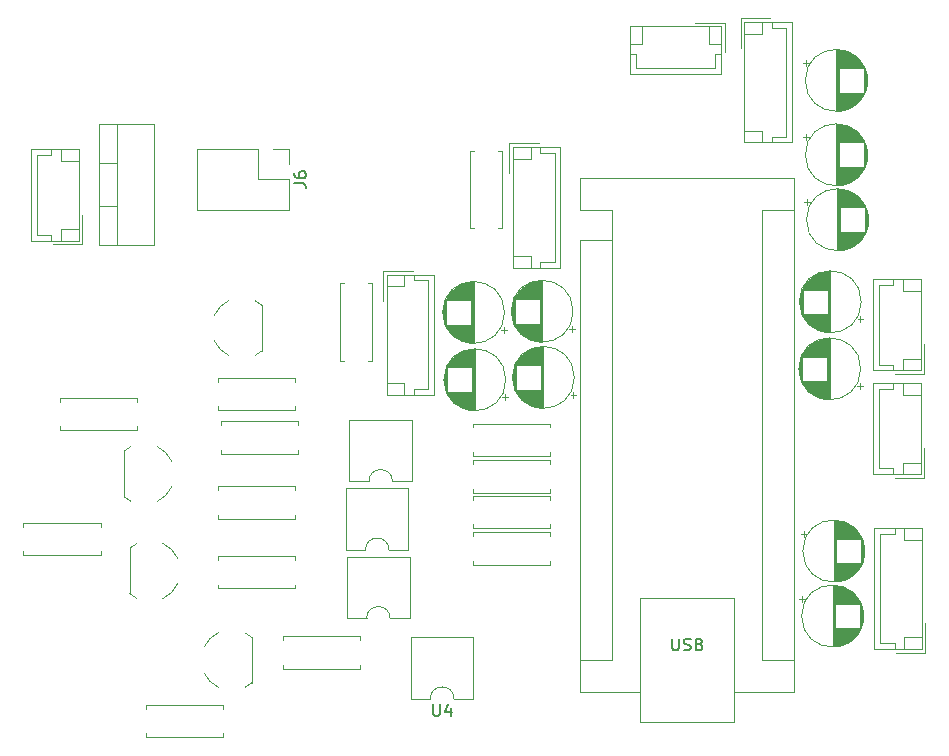
<source format=gbr>
%TF.GenerationSoftware,KiCad,Pcbnew,8.0.2*%
%TF.CreationDate,2024-12-10T11:29:45+01:00*%
%TF.ProjectId,R4I_LINEAR_ACTUATOR_CONTROL,5234495f-4c49-44e4-9541-525f41435455,rev?*%
%TF.SameCoordinates,Original*%
%TF.FileFunction,Legend,Top*%
%TF.FilePolarity,Positive*%
%FSLAX46Y46*%
G04 Gerber Fmt 4.6, Leading zero omitted, Abs format (unit mm)*
G04 Created by KiCad (PCBNEW 8.0.2) date 2024-12-10 11:29:45*
%MOMM*%
%LPD*%
G01*
G04 APERTURE LIST*
%ADD10C,0.150000*%
%ADD11C,0.120000*%
G04 APERTURE END LIST*
D10*
X77864819Y-80563333D02*
X78579104Y-80563333D01*
X78579104Y-80563333D02*
X78721961Y-80610952D01*
X78721961Y-80610952D02*
X78817200Y-80706190D01*
X78817200Y-80706190D02*
X78864819Y-80849047D01*
X78864819Y-80849047D02*
X78864819Y-80944285D01*
X77864819Y-79658571D02*
X77864819Y-79849047D01*
X77864819Y-79849047D02*
X77912438Y-79944285D01*
X77912438Y-79944285D02*
X77960057Y-79991904D01*
X77960057Y-79991904D02*
X78102914Y-80087142D01*
X78102914Y-80087142D02*
X78293390Y-80134761D01*
X78293390Y-80134761D02*
X78674342Y-80134761D01*
X78674342Y-80134761D02*
X78769580Y-80087142D01*
X78769580Y-80087142D02*
X78817200Y-80039523D01*
X78817200Y-80039523D02*
X78864819Y-79944285D01*
X78864819Y-79944285D02*
X78864819Y-79753809D01*
X78864819Y-79753809D02*
X78817200Y-79658571D01*
X78817200Y-79658571D02*
X78769580Y-79610952D01*
X78769580Y-79610952D02*
X78674342Y-79563333D01*
X78674342Y-79563333D02*
X78436247Y-79563333D01*
X78436247Y-79563333D02*
X78341009Y-79610952D01*
X78341009Y-79610952D02*
X78293390Y-79658571D01*
X78293390Y-79658571D02*
X78245771Y-79753809D01*
X78245771Y-79753809D02*
X78245771Y-79944285D01*
X78245771Y-79944285D02*
X78293390Y-80039523D01*
X78293390Y-80039523D02*
X78341009Y-80087142D01*
X78341009Y-80087142D02*
X78436247Y-80134761D01*
X109858095Y-119114819D02*
X109858095Y-119924342D01*
X109858095Y-119924342D02*
X109905714Y-120019580D01*
X109905714Y-120019580D02*
X109953333Y-120067200D01*
X109953333Y-120067200D02*
X110048571Y-120114819D01*
X110048571Y-120114819D02*
X110239047Y-120114819D01*
X110239047Y-120114819D02*
X110334285Y-120067200D01*
X110334285Y-120067200D02*
X110381904Y-120019580D01*
X110381904Y-120019580D02*
X110429523Y-119924342D01*
X110429523Y-119924342D02*
X110429523Y-119114819D01*
X110858095Y-120067200D02*
X111000952Y-120114819D01*
X111000952Y-120114819D02*
X111239047Y-120114819D01*
X111239047Y-120114819D02*
X111334285Y-120067200D01*
X111334285Y-120067200D02*
X111381904Y-120019580D01*
X111381904Y-120019580D02*
X111429523Y-119924342D01*
X111429523Y-119924342D02*
X111429523Y-119829104D01*
X111429523Y-119829104D02*
X111381904Y-119733866D01*
X111381904Y-119733866D02*
X111334285Y-119686247D01*
X111334285Y-119686247D02*
X111239047Y-119638628D01*
X111239047Y-119638628D02*
X111048571Y-119591009D01*
X111048571Y-119591009D02*
X110953333Y-119543390D01*
X110953333Y-119543390D02*
X110905714Y-119495771D01*
X110905714Y-119495771D02*
X110858095Y-119400533D01*
X110858095Y-119400533D02*
X110858095Y-119305295D01*
X110858095Y-119305295D02*
X110905714Y-119210057D01*
X110905714Y-119210057D02*
X110953333Y-119162438D01*
X110953333Y-119162438D02*
X111048571Y-119114819D01*
X111048571Y-119114819D02*
X111286666Y-119114819D01*
X111286666Y-119114819D02*
X111429523Y-119162438D01*
X112191428Y-119591009D02*
X112334285Y-119638628D01*
X112334285Y-119638628D02*
X112381904Y-119686247D01*
X112381904Y-119686247D02*
X112429523Y-119781485D01*
X112429523Y-119781485D02*
X112429523Y-119924342D01*
X112429523Y-119924342D02*
X112381904Y-120019580D01*
X112381904Y-120019580D02*
X112334285Y-120067200D01*
X112334285Y-120067200D02*
X112239047Y-120114819D01*
X112239047Y-120114819D02*
X111858095Y-120114819D01*
X111858095Y-120114819D02*
X111858095Y-119114819D01*
X111858095Y-119114819D02*
X112191428Y-119114819D01*
X112191428Y-119114819D02*
X112286666Y-119162438D01*
X112286666Y-119162438D02*
X112334285Y-119210057D01*
X112334285Y-119210057D02*
X112381904Y-119305295D01*
X112381904Y-119305295D02*
X112381904Y-119400533D01*
X112381904Y-119400533D02*
X112334285Y-119495771D01*
X112334285Y-119495771D02*
X112286666Y-119543390D01*
X112286666Y-119543390D02*
X112191428Y-119591009D01*
X112191428Y-119591009D02*
X111858095Y-119591009D01*
X89628095Y-124659819D02*
X89628095Y-125469342D01*
X89628095Y-125469342D02*
X89675714Y-125564580D01*
X89675714Y-125564580D02*
X89723333Y-125612200D01*
X89723333Y-125612200D02*
X89818571Y-125659819D01*
X89818571Y-125659819D02*
X90009047Y-125659819D01*
X90009047Y-125659819D02*
X90104285Y-125612200D01*
X90104285Y-125612200D02*
X90151904Y-125564580D01*
X90151904Y-125564580D02*
X90199523Y-125469342D01*
X90199523Y-125469342D02*
X90199523Y-124659819D01*
X91104285Y-124993152D02*
X91104285Y-125659819D01*
X90866190Y-124612200D02*
X90628095Y-125326485D01*
X90628095Y-125326485D02*
X91247142Y-125326485D01*
D11*
%TO.C,C11*%
X126009888Y-97750000D02*
X125509888Y-97750000D01*
X125759888Y-98000000D02*
X125759888Y-97500000D01*
X123205113Y-98855000D02*
X123205113Y-93695000D01*
X123165113Y-98855000D02*
X123165113Y-93695000D01*
X123125113Y-98854000D02*
X123125113Y-93696000D01*
X123085113Y-98853000D02*
X123085113Y-93697000D01*
X123045113Y-98851000D02*
X123045113Y-93699000D01*
X123005113Y-98848000D02*
X123005113Y-93702000D01*
X122965113Y-98844000D02*
X122965113Y-97315000D01*
X122965113Y-95235000D02*
X122965113Y-93706000D01*
X122925113Y-98840000D02*
X122925113Y-97315000D01*
X122925113Y-95235000D02*
X122925113Y-93710000D01*
X122885113Y-98836000D02*
X122885113Y-97315000D01*
X122885113Y-95235000D02*
X122885113Y-93714000D01*
X122845113Y-98831000D02*
X122845113Y-97315000D01*
X122845113Y-95235000D02*
X122845113Y-93719000D01*
X122805113Y-98825000D02*
X122805113Y-97315000D01*
X122805113Y-95235000D02*
X122805113Y-93725000D01*
X122765113Y-98818000D02*
X122765113Y-97315000D01*
X122765113Y-95235000D02*
X122765113Y-93732000D01*
X122725113Y-98811000D02*
X122725113Y-97315000D01*
X122725113Y-95235000D02*
X122725113Y-93739000D01*
X122685113Y-98803000D02*
X122685113Y-97315000D01*
X122685113Y-95235000D02*
X122685113Y-93747000D01*
X122645113Y-98795000D02*
X122645113Y-97315000D01*
X122645113Y-95235000D02*
X122645113Y-93755000D01*
X122605113Y-98786000D02*
X122605113Y-97315000D01*
X122605113Y-95235000D02*
X122605113Y-93764000D01*
X122565113Y-98776000D02*
X122565113Y-97315000D01*
X122565113Y-95235000D02*
X122565113Y-93774000D01*
X122525113Y-98766000D02*
X122525113Y-97315000D01*
X122525113Y-95235000D02*
X122525113Y-93784000D01*
X122484113Y-98755000D02*
X122484113Y-97315000D01*
X122484113Y-95235000D02*
X122484113Y-93795000D01*
X122444113Y-98743000D02*
X122444113Y-97315000D01*
X122444113Y-95235000D02*
X122444113Y-93807000D01*
X122404113Y-98730000D02*
X122404113Y-97315000D01*
X122404113Y-95235000D02*
X122404113Y-93820000D01*
X122364113Y-98717000D02*
X122364113Y-97315000D01*
X122364113Y-95235000D02*
X122364113Y-93833000D01*
X122324113Y-98703000D02*
X122324113Y-97315000D01*
X122324113Y-95235000D02*
X122324113Y-93847000D01*
X122284113Y-98689000D02*
X122284113Y-97315000D01*
X122284113Y-95235000D02*
X122284113Y-93861000D01*
X122244113Y-98673000D02*
X122244113Y-97315000D01*
X122244113Y-95235000D02*
X122244113Y-93877000D01*
X122204113Y-98657000D02*
X122204113Y-97315000D01*
X122204113Y-95235000D02*
X122204113Y-93893000D01*
X122164113Y-98640000D02*
X122164113Y-97315000D01*
X122164113Y-95235000D02*
X122164113Y-93910000D01*
X122124113Y-98623000D02*
X122124113Y-97315000D01*
X122124113Y-95235000D02*
X122124113Y-93927000D01*
X122084113Y-98604000D02*
X122084113Y-97315000D01*
X122084113Y-95235000D02*
X122084113Y-93946000D01*
X122044113Y-98585000D02*
X122044113Y-97315000D01*
X122044113Y-95235000D02*
X122044113Y-93965000D01*
X122004113Y-98565000D02*
X122004113Y-97315000D01*
X122004113Y-95235000D02*
X122004113Y-93985000D01*
X121964113Y-98543000D02*
X121964113Y-97315000D01*
X121964113Y-95235000D02*
X121964113Y-94007000D01*
X121924113Y-98522000D02*
X121924113Y-97315000D01*
X121924113Y-95235000D02*
X121924113Y-94028000D01*
X121884113Y-98499000D02*
X121884113Y-97315000D01*
X121884113Y-95235000D02*
X121884113Y-94051000D01*
X121844113Y-98475000D02*
X121844113Y-97315000D01*
X121844113Y-95235000D02*
X121844113Y-94075000D01*
X121804113Y-98450000D02*
X121804113Y-97315000D01*
X121804113Y-95235000D02*
X121804113Y-94100000D01*
X121764113Y-98424000D02*
X121764113Y-97315000D01*
X121764113Y-95235000D02*
X121764113Y-94126000D01*
X121724113Y-98397000D02*
X121724113Y-97315000D01*
X121724113Y-95235000D02*
X121724113Y-94153000D01*
X121684113Y-98370000D02*
X121684113Y-97315000D01*
X121684113Y-95235000D02*
X121684113Y-94180000D01*
X121644113Y-98340000D02*
X121644113Y-97315000D01*
X121644113Y-95235000D02*
X121644113Y-94210000D01*
X121604113Y-98310000D02*
X121604113Y-97315000D01*
X121604113Y-95235000D02*
X121604113Y-94240000D01*
X121564113Y-98279000D02*
X121564113Y-97315000D01*
X121564113Y-95235000D02*
X121564113Y-94271000D01*
X121524113Y-98246000D02*
X121524113Y-97315000D01*
X121524113Y-95235000D02*
X121524113Y-94304000D01*
X121484113Y-98212000D02*
X121484113Y-97315000D01*
X121484113Y-95235000D02*
X121484113Y-94338000D01*
X121444113Y-98176000D02*
X121444113Y-97315000D01*
X121444113Y-95235000D02*
X121444113Y-94374000D01*
X121404113Y-98139000D02*
X121404113Y-97315000D01*
X121404113Y-95235000D02*
X121404113Y-94411000D01*
X121364113Y-98101000D02*
X121364113Y-97315000D01*
X121364113Y-95235000D02*
X121364113Y-94449000D01*
X121324113Y-98060000D02*
X121324113Y-97315000D01*
X121324113Y-95235000D02*
X121324113Y-94490000D01*
X121284113Y-98018000D02*
X121284113Y-97315000D01*
X121284113Y-95235000D02*
X121284113Y-94532000D01*
X121244113Y-97974000D02*
X121244113Y-97315000D01*
X121244113Y-95235000D02*
X121244113Y-94576000D01*
X121204113Y-97928000D02*
X121204113Y-97315000D01*
X121204113Y-95235000D02*
X121204113Y-94622000D01*
X121164113Y-97880000D02*
X121164113Y-97315000D01*
X121164113Y-95235000D02*
X121164113Y-94670000D01*
X121124113Y-97829000D02*
X121124113Y-97315000D01*
X121124113Y-95235000D02*
X121124113Y-94721000D01*
X121084113Y-97775000D02*
X121084113Y-97315000D01*
X121084113Y-95235000D02*
X121084113Y-94775000D01*
X121044113Y-97718000D02*
X121044113Y-97315000D01*
X121044113Y-95235000D02*
X121044113Y-94832000D01*
X121004113Y-97658000D02*
X121004113Y-97315000D01*
X121004113Y-95235000D02*
X121004113Y-94892000D01*
X120964113Y-97594000D02*
X120964113Y-97315000D01*
X120964113Y-95235000D02*
X120964113Y-94956000D01*
X120924113Y-97526000D02*
X120924113Y-97315000D01*
X120924113Y-95235000D02*
X120924113Y-95024000D01*
X120884113Y-97453000D02*
X120884113Y-95097000D01*
X120844113Y-97373000D02*
X120844113Y-95177000D01*
X120804113Y-97286000D02*
X120804113Y-95264000D01*
X120764113Y-97190000D02*
X120764113Y-95360000D01*
X120724113Y-97080000D02*
X120724113Y-95470000D01*
X120684113Y-96952000D02*
X120684113Y-95598000D01*
X120644113Y-96793000D02*
X120644113Y-95757000D01*
X120604113Y-96559000D02*
X120604113Y-95991000D01*
X125825113Y-96275000D02*
G75*
G02*
X120585113Y-96275000I-2620000J0D01*
G01*
X120585113Y-96275000D02*
G75*
G02*
X125825113Y-96275000I2620000J0D01*
G01*
%TO.C,C10*%
X126059888Y-92075000D02*
X125559888Y-92075000D01*
X125809888Y-92325000D02*
X125809888Y-91825000D01*
X123255113Y-93180000D02*
X123255113Y-88020000D01*
X123215113Y-93180000D02*
X123215113Y-88020000D01*
X123175113Y-93179000D02*
X123175113Y-88021000D01*
X123135113Y-93178000D02*
X123135113Y-88022000D01*
X123095113Y-93176000D02*
X123095113Y-88024000D01*
X123055113Y-93173000D02*
X123055113Y-88027000D01*
X123015113Y-93169000D02*
X123015113Y-91640000D01*
X123015113Y-89560000D02*
X123015113Y-88031000D01*
X122975113Y-93165000D02*
X122975113Y-91640000D01*
X122975113Y-89560000D02*
X122975113Y-88035000D01*
X122935113Y-93161000D02*
X122935113Y-91640000D01*
X122935113Y-89560000D02*
X122935113Y-88039000D01*
X122895113Y-93156000D02*
X122895113Y-91640000D01*
X122895113Y-89560000D02*
X122895113Y-88044000D01*
X122855113Y-93150000D02*
X122855113Y-91640000D01*
X122855113Y-89560000D02*
X122855113Y-88050000D01*
X122815113Y-93143000D02*
X122815113Y-91640000D01*
X122815113Y-89560000D02*
X122815113Y-88057000D01*
X122775113Y-93136000D02*
X122775113Y-91640000D01*
X122775113Y-89560000D02*
X122775113Y-88064000D01*
X122735113Y-93128000D02*
X122735113Y-91640000D01*
X122735113Y-89560000D02*
X122735113Y-88072000D01*
X122695113Y-93120000D02*
X122695113Y-91640000D01*
X122695113Y-89560000D02*
X122695113Y-88080000D01*
X122655113Y-93111000D02*
X122655113Y-91640000D01*
X122655113Y-89560000D02*
X122655113Y-88089000D01*
X122615113Y-93101000D02*
X122615113Y-91640000D01*
X122615113Y-89560000D02*
X122615113Y-88099000D01*
X122575113Y-93091000D02*
X122575113Y-91640000D01*
X122575113Y-89560000D02*
X122575113Y-88109000D01*
X122534113Y-93080000D02*
X122534113Y-91640000D01*
X122534113Y-89560000D02*
X122534113Y-88120000D01*
X122494113Y-93068000D02*
X122494113Y-91640000D01*
X122494113Y-89560000D02*
X122494113Y-88132000D01*
X122454113Y-93055000D02*
X122454113Y-91640000D01*
X122454113Y-89560000D02*
X122454113Y-88145000D01*
X122414113Y-93042000D02*
X122414113Y-91640000D01*
X122414113Y-89560000D02*
X122414113Y-88158000D01*
X122374113Y-93028000D02*
X122374113Y-91640000D01*
X122374113Y-89560000D02*
X122374113Y-88172000D01*
X122334113Y-93014000D02*
X122334113Y-91640000D01*
X122334113Y-89560000D02*
X122334113Y-88186000D01*
X122294113Y-92998000D02*
X122294113Y-91640000D01*
X122294113Y-89560000D02*
X122294113Y-88202000D01*
X122254113Y-92982000D02*
X122254113Y-91640000D01*
X122254113Y-89560000D02*
X122254113Y-88218000D01*
X122214113Y-92965000D02*
X122214113Y-91640000D01*
X122214113Y-89560000D02*
X122214113Y-88235000D01*
X122174113Y-92948000D02*
X122174113Y-91640000D01*
X122174113Y-89560000D02*
X122174113Y-88252000D01*
X122134113Y-92929000D02*
X122134113Y-91640000D01*
X122134113Y-89560000D02*
X122134113Y-88271000D01*
X122094113Y-92910000D02*
X122094113Y-91640000D01*
X122094113Y-89560000D02*
X122094113Y-88290000D01*
X122054113Y-92890000D02*
X122054113Y-91640000D01*
X122054113Y-89560000D02*
X122054113Y-88310000D01*
X122014113Y-92868000D02*
X122014113Y-91640000D01*
X122014113Y-89560000D02*
X122014113Y-88332000D01*
X121974113Y-92847000D02*
X121974113Y-91640000D01*
X121974113Y-89560000D02*
X121974113Y-88353000D01*
X121934113Y-92824000D02*
X121934113Y-91640000D01*
X121934113Y-89560000D02*
X121934113Y-88376000D01*
X121894113Y-92800000D02*
X121894113Y-91640000D01*
X121894113Y-89560000D02*
X121894113Y-88400000D01*
X121854113Y-92775000D02*
X121854113Y-91640000D01*
X121854113Y-89560000D02*
X121854113Y-88425000D01*
X121814113Y-92749000D02*
X121814113Y-91640000D01*
X121814113Y-89560000D02*
X121814113Y-88451000D01*
X121774113Y-92722000D02*
X121774113Y-91640000D01*
X121774113Y-89560000D02*
X121774113Y-88478000D01*
X121734113Y-92695000D02*
X121734113Y-91640000D01*
X121734113Y-89560000D02*
X121734113Y-88505000D01*
X121694113Y-92665000D02*
X121694113Y-91640000D01*
X121694113Y-89560000D02*
X121694113Y-88535000D01*
X121654113Y-92635000D02*
X121654113Y-91640000D01*
X121654113Y-89560000D02*
X121654113Y-88565000D01*
X121614113Y-92604000D02*
X121614113Y-91640000D01*
X121614113Y-89560000D02*
X121614113Y-88596000D01*
X121574113Y-92571000D02*
X121574113Y-91640000D01*
X121574113Y-89560000D02*
X121574113Y-88629000D01*
X121534113Y-92537000D02*
X121534113Y-91640000D01*
X121534113Y-89560000D02*
X121534113Y-88663000D01*
X121494113Y-92501000D02*
X121494113Y-91640000D01*
X121494113Y-89560000D02*
X121494113Y-88699000D01*
X121454113Y-92464000D02*
X121454113Y-91640000D01*
X121454113Y-89560000D02*
X121454113Y-88736000D01*
X121414113Y-92426000D02*
X121414113Y-91640000D01*
X121414113Y-89560000D02*
X121414113Y-88774000D01*
X121374113Y-92385000D02*
X121374113Y-91640000D01*
X121374113Y-89560000D02*
X121374113Y-88815000D01*
X121334113Y-92343000D02*
X121334113Y-91640000D01*
X121334113Y-89560000D02*
X121334113Y-88857000D01*
X121294113Y-92299000D02*
X121294113Y-91640000D01*
X121294113Y-89560000D02*
X121294113Y-88901000D01*
X121254113Y-92253000D02*
X121254113Y-91640000D01*
X121254113Y-89560000D02*
X121254113Y-88947000D01*
X121214113Y-92205000D02*
X121214113Y-91640000D01*
X121214113Y-89560000D02*
X121214113Y-88995000D01*
X121174113Y-92154000D02*
X121174113Y-91640000D01*
X121174113Y-89560000D02*
X121174113Y-89046000D01*
X121134113Y-92100000D02*
X121134113Y-91640000D01*
X121134113Y-89560000D02*
X121134113Y-89100000D01*
X121094113Y-92043000D02*
X121094113Y-91640000D01*
X121094113Y-89560000D02*
X121094113Y-89157000D01*
X121054113Y-91983000D02*
X121054113Y-91640000D01*
X121054113Y-89560000D02*
X121054113Y-89217000D01*
X121014113Y-91919000D02*
X121014113Y-91640000D01*
X121014113Y-89560000D02*
X121014113Y-89281000D01*
X120974113Y-91851000D02*
X120974113Y-91640000D01*
X120974113Y-89560000D02*
X120974113Y-89349000D01*
X120934113Y-91778000D02*
X120934113Y-89422000D01*
X120894113Y-91698000D02*
X120894113Y-89502000D01*
X120854113Y-91611000D02*
X120854113Y-89589000D01*
X120814113Y-91515000D02*
X120814113Y-89685000D01*
X120774113Y-91405000D02*
X120774113Y-89795000D01*
X120734113Y-91277000D02*
X120734113Y-89923000D01*
X120694113Y-91118000D02*
X120694113Y-90082000D01*
X120654113Y-90884000D02*
X120654113Y-90316000D01*
X125875113Y-90600000D02*
G75*
G02*
X120635113Y-90600000I-2620000J0D01*
G01*
X120635113Y-90600000D02*
G75*
G02*
X125875113Y-90600000I2620000J0D01*
G01*
%TO.C,R3*%
X77970000Y-108970000D02*
X71430000Y-108970000D01*
X77970000Y-108640000D02*
X77970000Y-108970000D01*
X77970000Y-106560000D02*
X77970000Y-106230000D01*
X77970000Y-106230000D02*
X71430000Y-106230000D01*
X71430000Y-108970000D02*
X71430000Y-108640000D01*
X71430000Y-106230000D02*
X71430000Y-106560000D01*
%TO.C,R6*%
X83470000Y-121670000D02*
X76930000Y-121670000D01*
X83470000Y-121340000D02*
X83470000Y-121670000D01*
X83470000Y-119260000D02*
X83470000Y-118930000D01*
X83470000Y-118930000D02*
X76930000Y-118930000D01*
X76930000Y-121670000D02*
X76930000Y-121340000D01*
X76930000Y-118930000D02*
X76930000Y-119260000D01*
%TO.C,J9*%
X128710000Y-105510000D02*
X131210000Y-105510000D01*
X131210000Y-105510000D02*
X131210000Y-103010000D01*
X126890000Y-105210000D02*
X130910000Y-105210000D01*
X128600000Y-105210000D02*
X128600000Y-104710000D01*
X129410000Y-105210000D02*
X129410000Y-104210000D01*
X130910000Y-105210000D02*
X130910000Y-97490000D01*
X127390000Y-104710000D02*
X127390000Y-97990000D01*
X128600000Y-104710000D02*
X127390000Y-104710000D01*
X129410000Y-104210000D02*
X130910000Y-104210000D01*
X129410000Y-98490000D02*
X130910000Y-98490000D01*
X127390000Y-97990000D02*
X128600000Y-97990000D01*
X128600000Y-97990000D02*
X128600000Y-97490000D01*
X126890000Y-97490000D02*
X126890000Y-105210000D01*
X129410000Y-97490000D02*
X129410000Y-98490000D01*
X130910000Y-97490000D02*
X126890000Y-97490000D01*
%TO.C,C9*%
X120640113Y-115725000D02*
X121140113Y-115725000D01*
X120890113Y-115475000D02*
X120890113Y-115975000D01*
X123444888Y-114620000D02*
X123444888Y-119780000D01*
X123484888Y-114620000D02*
X123484888Y-119780000D01*
X123524888Y-114621000D02*
X123524888Y-119779000D01*
X123564888Y-114622000D02*
X123564888Y-119778000D01*
X123604888Y-114624000D02*
X123604888Y-119776000D01*
X123644888Y-114627000D02*
X123644888Y-119773000D01*
X123684888Y-114631000D02*
X123684888Y-116160000D01*
X123684888Y-118240000D02*
X123684888Y-119769000D01*
X123724888Y-114635000D02*
X123724888Y-116160000D01*
X123724888Y-118240000D02*
X123724888Y-119765000D01*
X123764888Y-114639000D02*
X123764888Y-116160000D01*
X123764888Y-118240000D02*
X123764888Y-119761000D01*
X123804888Y-114644000D02*
X123804888Y-116160000D01*
X123804888Y-118240000D02*
X123804888Y-119756000D01*
X123844888Y-114650000D02*
X123844888Y-116160000D01*
X123844888Y-118240000D02*
X123844888Y-119750000D01*
X123884888Y-114657000D02*
X123884888Y-116160000D01*
X123884888Y-118240000D02*
X123884888Y-119743000D01*
X123924888Y-114664000D02*
X123924888Y-116160000D01*
X123924888Y-118240000D02*
X123924888Y-119736000D01*
X123964888Y-114672000D02*
X123964888Y-116160000D01*
X123964888Y-118240000D02*
X123964888Y-119728000D01*
X124004888Y-114680000D02*
X124004888Y-116160000D01*
X124004888Y-118240000D02*
X124004888Y-119720000D01*
X124044888Y-114689000D02*
X124044888Y-116160000D01*
X124044888Y-118240000D02*
X124044888Y-119711000D01*
X124084888Y-114699000D02*
X124084888Y-116160000D01*
X124084888Y-118240000D02*
X124084888Y-119701000D01*
X124124888Y-114709000D02*
X124124888Y-116160000D01*
X124124888Y-118240000D02*
X124124888Y-119691000D01*
X124165888Y-114720000D02*
X124165888Y-116160000D01*
X124165888Y-118240000D02*
X124165888Y-119680000D01*
X124205888Y-114732000D02*
X124205888Y-116160000D01*
X124205888Y-118240000D02*
X124205888Y-119668000D01*
X124245888Y-114745000D02*
X124245888Y-116160000D01*
X124245888Y-118240000D02*
X124245888Y-119655000D01*
X124285888Y-114758000D02*
X124285888Y-116160000D01*
X124285888Y-118240000D02*
X124285888Y-119642000D01*
X124325888Y-114772000D02*
X124325888Y-116160000D01*
X124325888Y-118240000D02*
X124325888Y-119628000D01*
X124365888Y-114786000D02*
X124365888Y-116160000D01*
X124365888Y-118240000D02*
X124365888Y-119614000D01*
X124405888Y-114802000D02*
X124405888Y-116160000D01*
X124405888Y-118240000D02*
X124405888Y-119598000D01*
X124445888Y-114818000D02*
X124445888Y-116160000D01*
X124445888Y-118240000D02*
X124445888Y-119582000D01*
X124485888Y-114835000D02*
X124485888Y-116160000D01*
X124485888Y-118240000D02*
X124485888Y-119565000D01*
X124525888Y-114852000D02*
X124525888Y-116160000D01*
X124525888Y-118240000D02*
X124525888Y-119548000D01*
X124565888Y-114871000D02*
X124565888Y-116160000D01*
X124565888Y-118240000D02*
X124565888Y-119529000D01*
X124605888Y-114890000D02*
X124605888Y-116160000D01*
X124605888Y-118240000D02*
X124605888Y-119510000D01*
X124645888Y-114910000D02*
X124645888Y-116160000D01*
X124645888Y-118240000D02*
X124645888Y-119490000D01*
X124685888Y-114932000D02*
X124685888Y-116160000D01*
X124685888Y-118240000D02*
X124685888Y-119468000D01*
X124725888Y-114953000D02*
X124725888Y-116160000D01*
X124725888Y-118240000D02*
X124725888Y-119447000D01*
X124765888Y-114976000D02*
X124765888Y-116160000D01*
X124765888Y-118240000D02*
X124765888Y-119424000D01*
X124805888Y-115000000D02*
X124805888Y-116160000D01*
X124805888Y-118240000D02*
X124805888Y-119400000D01*
X124845888Y-115025000D02*
X124845888Y-116160000D01*
X124845888Y-118240000D02*
X124845888Y-119375000D01*
X124885888Y-115051000D02*
X124885888Y-116160000D01*
X124885888Y-118240000D02*
X124885888Y-119349000D01*
X124925888Y-115078000D02*
X124925888Y-116160000D01*
X124925888Y-118240000D02*
X124925888Y-119322000D01*
X124965888Y-115105000D02*
X124965888Y-116160000D01*
X124965888Y-118240000D02*
X124965888Y-119295000D01*
X125005888Y-115135000D02*
X125005888Y-116160000D01*
X125005888Y-118240000D02*
X125005888Y-119265000D01*
X125045888Y-115165000D02*
X125045888Y-116160000D01*
X125045888Y-118240000D02*
X125045888Y-119235000D01*
X125085888Y-115196000D02*
X125085888Y-116160000D01*
X125085888Y-118240000D02*
X125085888Y-119204000D01*
X125125888Y-115229000D02*
X125125888Y-116160000D01*
X125125888Y-118240000D02*
X125125888Y-119171000D01*
X125165888Y-115263000D02*
X125165888Y-116160000D01*
X125165888Y-118240000D02*
X125165888Y-119137000D01*
X125205888Y-115299000D02*
X125205888Y-116160000D01*
X125205888Y-118240000D02*
X125205888Y-119101000D01*
X125245888Y-115336000D02*
X125245888Y-116160000D01*
X125245888Y-118240000D02*
X125245888Y-119064000D01*
X125285888Y-115374000D02*
X125285888Y-116160000D01*
X125285888Y-118240000D02*
X125285888Y-119026000D01*
X125325888Y-115415000D02*
X125325888Y-116160000D01*
X125325888Y-118240000D02*
X125325888Y-118985000D01*
X125365888Y-115457000D02*
X125365888Y-116160000D01*
X125365888Y-118240000D02*
X125365888Y-118943000D01*
X125405888Y-115501000D02*
X125405888Y-116160000D01*
X125405888Y-118240000D02*
X125405888Y-118899000D01*
X125445888Y-115547000D02*
X125445888Y-116160000D01*
X125445888Y-118240000D02*
X125445888Y-118853000D01*
X125485888Y-115595000D02*
X125485888Y-116160000D01*
X125485888Y-118240000D02*
X125485888Y-118805000D01*
X125525888Y-115646000D02*
X125525888Y-116160000D01*
X125525888Y-118240000D02*
X125525888Y-118754000D01*
X125565888Y-115700000D02*
X125565888Y-116160000D01*
X125565888Y-118240000D02*
X125565888Y-118700000D01*
X125605888Y-115757000D02*
X125605888Y-116160000D01*
X125605888Y-118240000D02*
X125605888Y-118643000D01*
X125645888Y-115817000D02*
X125645888Y-116160000D01*
X125645888Y-118240000D02*
X125645888Y-118583000D01*
X125685888Y-115881000D02*
X125685888Y-116160000D01*
X125685888Y-118240000D02*
X125685888Y-118519000D01*
X125725888Y-115949000D02*
X125725888Y-116160000D01*
X125725888Y-118240000D02*
X125725888Y-118451000D01*
X125765888Y-116022000D02*
X125765888Y-118378000D01*
X125805888Y-116102000D02*
X125805888Y-118298000D01*
X125845888Y-116189000D02*
X125845888Y-118211000D01*
X125885888Y-116285000D02*
X125885888Y-118115000D01*
X125925888Y-116395000D02*
X125925888Y-118005000D01*
X125965888Y-116523000D02*
X125965888Y-117877000D01*
X126005888Y-116682000D02*
X126005888Y-117718000D01*
X126045888Y-116916000D02*
X126045888Y-117484000D01*
X126064888Y-117200000D02*
G75*
G02*
X120824888Y-117200000I-2620000J0D01*
G01*
X120824888Y-117200000D02*
G75*
G02*
X126064888Y-117200000I2620000J0D01*
G01*
%TO.C,R14*%
X99560000Y-103648000D02*
X93020000Y-103648000D01*
X99560000Y-103318000D02*
X99560000Y-103648000D01*
X99560000Y-101238000D02*
X99560000Y-100908000D01*
X99560000Y-100908000D02*
X93020000Y-100908000D01*
X93020000Y-103648000D02*
X93020000Y-103318000D01*
X93020000Y-100908000D02*
X93020000Y-101238000D01*
%TO.C,C8*%
X120740113Y-110225000D02*
X121240113Y-110225000D01*
X120990113Y-109975000D02*
X120990113Y-110475000D01*
X123544888Y-109120000D02*
X123544888Y-114280000D01*
X123584888Y-109120000D02*
X123584888Y-114280000D01*
X123624888Y-109121000D02*
X123624888Y-114279000D01*
X123664888Y-109122000D02*
X123664888Y-114278000D01*
X123704888Y-109124000D02*
X123704888Y-114276000D01*
X123744888Y-109127000D02*
X123744888Y-114273000D01*
X123784888Y-109131000D02*
X123784888Y-110660000D01*
X123784888Y-112740000D02*
X123784888Y-114269000D01*
X123824888Y-109135000D02*
X123824888Y-110660000D01*
X123824888Y-112740000D02*
X123824888Y-114265000D01*
X123864888Y-109139000D02*
X123864888Y-110660000D01*
X123864888Y-112740000D02*
X123864888Y-114261000D01*
X123904888Y-109144000D02*
X123904888Y-110660000D01*
X123904888Y-112740000D02*
X123904888Y-114256000D01*
X123944888Y-109150000D02*
X123944888Y-110660000D01*
X123944888Y-112740000D02*
X123944888Y-114250000D01*
X123984888Y-109157000D02*
X123984888Y-110660000D01*
X123984888Y-112740000D02*
X123984888Y-114243000D01*
X124024888Y-109164000D02*
X124024888Y-110660000D01*
X124024888Y-112740000D02*
X124024888Y-114236000D01*
X124064888Y-109172000D02*
X124064888Y-110660000D01*
X124064888Y-112740000D02*
X124064888Y-114228000D01*
X124104888Y-109180000D02*
X124104888Y-110660000D01*
X124104888Y-112740000D02*
X124104888Y-114220000D01*
X124144888Y-109189000D02*
X124144888Y-110660000D01*
X124144888Y-112740000D02*
X124144888Y-114211000D01*
X124184888Y-109199000D02*
X124184888Y-110660000D01*
X124184888Y-112740000D02*
X124184888Y-114201000D01*
X124224888Y-109209000D02*
X124224888Y-110660000D01*
X124224888Y-112740000D02*
X124224888Y-114191000D01*
X124265888Y-109220000D02*
X124265888Y-110660000D01*
X124265888Y-112740000D02*
X124265888Y-114180000D01*
X124305888Y-109232000D02*
X124305888Y-110660000D01*
X124305888Y-112740000D02*
X124305888Y-114168000D01*
X124345888Y-109245000D02*
X124345888Y-110660000D01*
X124345888Y-112740000D02*
X124345888Y-114155000D01*
X124385888Y-109258000D02*
X124385888Y-110660000D01*
X124385888Y-112740000D02*
X124385888Y-114142000D01*
X124425888Y-109272000D02*
X124425888Y-110660000D01*
X124425888Y-112740000D02*
X124425888Y-114128000D01*
X124465888Y-109286000D02*
X124465888Y-110660000D01*
X124465888Y-112740000D02*
X124465888Y-114114000D01*
X124505888Y-109302000D02*
X124505888Y-110660000D01*
X124505888Y-112740000D02*
X124505888Y-114098000D01*
X124545888Y-109318000D02*
X124545888Y-110660000D01*
X124545888Y-112740000D02*
X124545888Y-114082000D01*
X124585888Y-109335000D02*
X124585888Y-110660000D01*
X124585888Y-112740000D02*
X124585888Y-114065000D01*
X124625888Y-109352000D02*
X124625888Y-110660000D01*
X124625888Y-112740000D02*
X124625888Y-114048000D01*
X124665888Y-109371000D02*
X124665888Y-110660000D01*
X124665888Y-112740000D02*
X124665888Y-114029000D01*
X124705888Y-109390000D02*
X124705888Y-110660000D01*
X124705888Y-112740000D02*
X124705888Y-114010000D01*
X124745888Y-109410000D02*
X124745888Y-110660000D01*
X124745888Y-112740000D02*
X124745888Y-113990000D01*
X124785888Y-109432000D02*
X124785888Y-110660000D01*
X124785888Y-112740000D02*
X124785888Y-113968000D01*
X124825888Y-109453000D02*
X124825888Y-110660000D01*
X124825888Y-112740000D02*
X124825888Y-113947000D01*
X124865888Y-109476000D02*
X124865888Y-110660000D01*
X124865888Y-112740000D02*
X124865888Y-113924000D01*
X124905888Y-109500000D02*
X124905888Y-110660000D01*
X124905888Y-112740000D02*
X124905888Y-113900000D01*
X124945888Y-109525000D02*
X124945888Y-110660000D01*
X124945888Y-112740000D02*
X124945888Y-113875000D01*
X124985888Y-109551000D02*
X124985888Y-110660000D01*
X124985888Y-112740000D02*
X124985888Y-113849000D01*
X125025888Y-109578000D02*
X125025888Y-110660000D01*
X125025888Y-112740000D02*
X125025888Y-113822000D01*
X125065888Y-109605000D02*
X125065888Y-110660000D01*
X125065888Y-112740000D02*
X125065888Y-113795000D01*
X125105888Y-109635000D02*
X125105888Y-110660000D01*
X125105888Y-112740000D02*
X125105888Y-113765000D01*
X125145888Y-109665000D02*
X125145888Y-110660000D01*
X125145888Y-112740000D02*
X125145888Y-113735000D01*
X125185888Y-109696000D02*
X125185888Y-110660000D01*
X125185888Y-112740000D02*
X125185888Y-113704000D01*
X125225888Y-109729000D02*
X125225888Y-110660000D01*
X125225888Y-112740000D02*
X125225888Y-113671000D01*
X125265888Y-109763000D02*
X125265888Y-110660000D01*
X125265888Y-112740000D02*
X125265888Y-113637000D01*
X125305888Y-109799000D02*
X125305888Y-110660000D01*
X125305888Y-112740000D02*
X125305888Y-113601000D01*
X125345888Y-109836000D02*
X125345888Y-110660000D01*
X125345888Y-112740000D02*
X125345888Y-113564000D01*
X125385888Y-109874000D02*
X125385888Y-110660000D01*
X125385888Y-112740000D02*
X125385888Y-113526000D01*
X125425888Y-109915000D02*
X125425888Y-110660000D01*
X125425888Y-112740000D02*
X125425888Y-113485000D01*
X125465888Y-109957000D02*
X125465888Y-110660000D01*
X125465888Y-112740000D02*
X125465888Y-113443000D01*
X125505888Y-110001000D02*
X125505888Y-110660000D01*
X125505888Y-112740000D02*
X125505888Y-113399000D01*
X125545888Y-110047000D02*
X125545888Y-110660000D01*
X125545888Y-112740000D02*
X125545888Y-113353000D01*
X125585888Y-110095000D02*
X125585888Y-110660000D01*
X125585888Y-112740000D02*
X125585888Y-113305000D01*
X125625888Y-110146000D02*
X125625888Y-110660000D01*
X125625888Y-112740000D02*
X125625888Y-113254000D01*
X125665888Y-110200000D02*
X125665888Y-110660000D01*
X125665888Y-112740000D02*
X125665888Y-113200000D01*
X125705888Y-110257000D02*
X125705888Y-110660000D01*
X125705888Y-112740000D02*
X125705888Y-113143000D01*
X125745888Y-110317000D02*
X125745888Y-110660000D01*
X125745888Y-112740000D02*
X125745888Y-113083000D01*
X125785888Y-110381000D02*
X125785888Y-110660000D01*
X125785888Y-112740000D02*
X125785888Y-113019000D01*
X125825888Y-110449000D02*
X125825888Y-110660000D01*
X125825888Y-112740000D02*
X125825888Y-112951000D01*
X125865888Y-110522000D02*
X125865888Y-112878000D01*
X125905888Y-110602000D02*
X125905888Y-112798000D01*
X125945888Y-110689000D02*
X125945888Y-112711000D01*
X125985888Y-110785000D02*
X125985888Y-112615000D01*
X126025888Y-110895000D02*
X126025888Y-112505000D01*
X126065888Y-111023000D02*
X126065888Y-112377000D01*
X126105888Y-111182000D02*
X126105888Y-112218000D01*
X126145888Y-111416000D02*
X126145888Y-111984000D01*
X126164888Y-111700000D02*
G75*
G02*
X120924888Y-111700000I-2620000J0D01*
G01*
X120924888Y-111700000D02*
G75*
G02*
X126164888Y-111700000I2620000J0D01*
G01*
%TO.C,J4*%
X128710000Y-96710000D02*
X131210000Y-96710000D01*
X131210000Y-96710000D02*
X131210000Y-94210000D01*
X126890000Y-96410000D02*
X130910000Y-96410000D01*
X128600000Y-96410000D02*
X128600000Y-95910000D01*
X129410000Y-96410000D02*
X129410000Y-95410000D01*
X130910000Y-96410000D02*
X130910000Y-88690000D01*
X127390000Y-95910000D02*
X127390000Y-89190000D01*
X128600000Y-95910000D02*
X127390000Y-95910000D01*
X129410000Y-95410000D02*
X130910000Y-95410000D01*
X129410000Y-89690000D02*
X130910000Y-89690000D01*
X127390000Y-89190000D02*
X128600000Y-89190000D01*
X128600000Y-89190000D02*
X128600000Y-88690000D01*
X126890000Y-88690000D02*
X126890000Y-96410000D01*
X129410000Y-88690000D02*
X129410000Y-89690000D01*
X130910000Y-88690000D02*
X126890000Y-88690000D01*
%TO.C,J6*%
X77410000Y-77630000D02*
X77410000Y-78960000D01*
X76080000Y-77630000D02*
X77410000Y-77630000D01*
X74810000Y-77630000D02*
X69670000Y-77630000D01*
X74810000Y-77630000D02*
X74810000Y-80230000D01*
X69670000Y-77630000D02*
X69670000Y-82830000D01*
X77410000Y-80230000D02*
X77410000Y-82830000D01*
X74810000Y-80230000D02*
X77410000Y-80230000D01*
X77410000Y-82830000D02*
X69670000Y-82830000D01*
%TO.C,R1*%
X92730000Y-84370000D02*
X92730000Y-77830000D01*
X93060000Y-84370000D02*
X92730000Y-84370000D01*
X95140000Y-84370000D02*
X95470000Y-84370000D01*
X95470000Y-84370000D02*
X95470000Y-77830000D01*
X92730000Y-77830000D02*
X93060000Y-77830000D01*
X95470000Y-77830000D02*
X95140000Y-77830000D01*
%TO.C,A1*%
X120140000Y-123600000D02*
X120140000Y-80160000D01*
X120140000Y-123600000D02*
X115060000Y-123600000D01*
X120140000Y-80160000D02*
X102100000Y-80160000D01*
X117470000Y-120930000D02*
X120140000Y-120930000D01*
X117470000Y-82830000D02*
X120140000Y-82830000D01*
X117470000Y-82830000D02*
X117470000Y-120930000D01*
X115060000Y-126140000D02*
X107180000Y-126140000D01*
X115060000Y-115720000D02*
X115060000Y-126140000D01*
X107180000Y-126140000D02*
X107180000Y-115720000D01*
X107180000Y-115720000D02*
X115060000Y-115720000D01*
X104770000Y-120930000D02*
X102100000Y-120930000D01*
X104770000Y-85370000D02*
X104770000Y-120930000D01*
X104770000Y-85370000D02*
X104770000Y-82830000D01*
X104770000Y-85370000D02*
X102100000Y-85370000D01*
X104770000Y-82830000D02*
X102100000Y-82830000D01*
X102100000Y-123600000D02*
X107180000Y-123600000D01*
X102100000Y-85370000D02*
X102100000Y-123600000D01*
X102100000Y-80160000D02*
X102100000Y-82830000D01*
%TO.C,R10*%
X71430000Y-97030000D02*
X77970000Y-97030000D01*
X71430000Y-97360000D02*
X71430000Y-97030000D01*
X71430000Y-99440000D02*
X71430000Y-99770000D01*
X71430000Y-99770000D02*
X77970000Y-99770000D01*
X77970000Y-97030000D02*
X77970000Y-97360000D01*
X77970000Y-99770000D02*
X77970000Y-99440000D01*
%TO.C,Q2*%
X74275000Y-122855000D02*
X74275000Y-119005000D01*
X71480214Y-123262774D02*
G75*
G02*
X70225000Y-122005000I1094786J2347774D01*
G01*
X74275000Y-122855000D02*
G75*
G02*
X73697045Y-123237631I-1700000J1940000D01*
G01*
X70225000Y-119855000D02*
G75*
G02*
X71485487Y-118578537I2350000J-1060000D01*
G01*
X73687264Y-118612617D02*
G75*
G02*
X74275000Y-119005000I-1112264J-2302383D01*
G01*
%TO.C,R13*%
X99550000Y-106770000D02*
X93010000Y-106770000D01*
X99550000Y-106440000D02*
X99550000Y-106770000D01*
X99550000Y-104360000D02*
X99550000Y-104030000D01*
X99550000Y-104030000D02*
X93010000Y-104030000D01*
X93010000Y-106770000D02*
X93010000Y-106440000D01*
X93010000Y-104030000D02*
X93010000Y-104360000D01*
%TO.C,C2*%
X121055225Y-82175000D02*
X121555225Y-82175000D01*
X121305225Y-81925000D02*
X121305225Y-82425000D01*
X123860000Y-81070000D02*
X123860000Y-86230000D01*
X123900000Y-81070000D02*
X123900000Y-86230000D01*
X123940000Y-81071000D02*
X123940000Y-86229000D01*
X123980000Y-81072000D02*
X123980000Y-86228000D01*
X124020000Y-81074000D02*
X124020000Y-86226000D01*
X124060000Y-81077000D02*
X124060000Y-86223000D01*
X124100000Y-81081000D02*
X124100000Y-82610000D01*
X124100000Y-84690000D02*
X124100000Y-86219000D01*
X124140000Y-81085000D02*
X124140000Y-82610000D01*
X124140000Y-84690000D02*
X124140000Y-86215000D01*
X124180000Y-81089000D02*
X124180000Y-82610000D01*
X124180000Y-84690000D02*
X124180000Y-86211000D01*
X124220000Y-81094000D02*
X124220000Y-82610000D01*
X124220000Y-84690000D02*
X124220000Y-86206000D01*
X124260000Y-81100000D02*
X124260000Y-82610000D01*
X124260000Y-84690000D02*
X124260000Y-86200000D01*
X124300000Y-81107000D02*
X124300000Y-82610000D01*
X124300000Y-84690000D02*
X124300000Y-86193000D01*
X124340000Y-81114000D02*
X124340000Y-82610000D01*
X124340000Y-84690000D02*
X124340000Y-86186000D01*
X124380000Y-81122000D02*
X124380000Y-82610000D01*
X124380000Y-84690000D02*
X124380000Y-86178000D01*
X124420000Y-81130000D02*
X124420000Y-82610000D01*
X124420000Y-84690000D02*
X124420000Y-86170000D01*
X124460000Y-81139000D02*
X124460000Y-82610000D01*
X124460000Y-84690000D02*
X124460000Y-86161000D01*
X124500000Y-81149000D02*
X124500000Y-82610000D01*
X124500000Y-84690000D02*
X124500000Y-86151000D01*
X124540000Y-81159000D02*
X124540000Y-82610000D01*
X124540000Y-84690000D02*
X124540000Y-86141000D01*
X124581000Y-81170000D02*
X124581000Y-82610000D01*
X124581000Y-84690000D02*
X124581000Y-86130000D01*
X124621000Y-81182000D02*
X124621000Y-82610000D01*
X124621000Y-84690000D02*
X124621000Y-86118000D01*
X124661000Y-81195000D02*
X124661000Y-82610000D01*
X124661000Y-84690000D02*
X124661000Y-86105000D01*
X124701000Y-81208000D02*
X124701000Y-82610000D01*
X124701000Y-84690000D02*
X124701000Y-86092000D01*
X124741000Y-81222000D02*
X124741000Y-82610000D01*
X124741000Y-84690000D02*
X124741000Y-86078000D01*
X124781000Y-81236000D02*
X124781000Y-82610000D01*
X124781000Y-84690000D02*
X124781000Y-86064000D01*
X124821000Y-81252000D02*
X124821000Y-82610000D01*
X124821000Y-84690000D02*
X124821000Y-86048000D01*
X124861000Y-81268000D02*
X124861000Y-82610000D01*
X124861000Y-84690000D02*
X124861000Y-86032000D01*
X124901000Y-81285000D02*
X124901000Y-82610000D01*
X124901000Y-84690000D02*
X124901000Y-86015000D01*
X124941000Y-81302000D02*
X124941000Y-82610000D01*
X124941000Y-84690000D02*
X124941000Y-85998000D01*
X124981000Y-81321000D02*
X124981000Y-82610000D01*
X124981000Y-84690000D02*
X124981000Y-85979000D01*
X125021000Y-81340000D02*
X125021000Y-82610000D01*
X125021000Y-84690000D02*
X125021000Y-85960000D01*
X125061000Y-81360000D02*
X125061000Y-82610000D01*
X125061000Y-84690000D02*
X125061000Y-85940000D01*
X125101000Y-81382000D02*
X125101000Y-82610000D01*
X125101000Y-84690000D02*
X125101000Y-85918000D01*
X125141000Y-81403000D02*
X125141000Y-82610000D01*
X125141000Y-84690000D02*
X125141000Y-85897000D01*
X125181000Y-81426000D02*
X125181000Y-82610000D01*
X125181000Y-84690000D02*
X125181000Y-85874000D01*
X125221000Y-81450000D02*
X125221000Y-82610000D01*
X125221000Y-84690000D02*
X125221000Y-85850000D01*
X125261000Y-81475000D02*
X125261000Y-82610000D01*
X125261000Y-84690000D02*
X125261000Y-85825000D01*
X125301000Y-81501000D02*
X125301000Y-82610000D01*
X125301000Y-84690000D02*
X125301000Y-85799000D01*
X125341000Y-81528000D02*
X125341000Y-82610000D01*
X125341000Y-84690000D02*
X125341000Y-85772000D01*
X125381000Y-81555000D02*
X125381000Y-82610000D01*
X125381000Y-84690000D02*
X125381000Y-85745000D01*
X125421000Y-81585000D02*
X125421000Y-82610000D01*
X125421000Y-84690000D02*
X125421000Y-85715000D01*
X125461000Y-81615000D02*
X125461000Y-82610000D01*
X125461000Y-84690000D02*
X125461000Y-85685000D01*
X125501000Y-81646000D02*
X125501000Y-82610000D01*
X125501000Y-84690000D02*
X125501000Y-85654000D01*
X125541000Y-81679000D02*
X125541000Y-82610000D01*
X125541000Y-84690000D02*
X125541000Y-85621000D01*
X125581000Y-81713000D02*
X125581000Y-82610000D01*
X125581000Y-84690000D02*
X125581000Y-85587000D01*
X125621000Y-81749000D02*
X125621000Y-82610000D01*
X125621000Y-84690000D02*
X125621000Y-85551000D01*
X125661000Y-81786000D02*
X125661000Y-82610000D01*
X125661000Y-84690000D02*
X125661000Y-85514000D01*
X125701000Y-81824000D02*
X125701000Y-82610000D01*
X125701000Y-84690000D02*
X125701000Y-85476000D01*
X125741000Y-81865000D02*
X125741000Y-82610000D01*
X125741000Y-84690000D02*
X125741000Y-85435000D01*
X125781000Y-81907000D02*
X125781000Y-82610000D01*
X125781000Y-84690000D02*
X125781000Y-85393000D01*
X125821000Y-81951000D02*
X125821000Y-82610000D01*
X125821000Y-84690000D02*
X125821000Y-85349000D01*
X125861000Y-81997000D02*
X125861000Y-82610000D01*
X125861000Y-84690000D02*
X125861000Y-85303000D01*
X125901000Y-82045000D02*
X125901000Y-82610000D01*
X125901000Y-84690000D02*
X125901000Y-85255000D01*
X125941000Y-82096000D02*
X125941000Y-82610000D01*
X125941000Y-84690000D02*
X125941000Y-85204000D01*
X125981000Y-82150000D02*
X125981000Y-82610000D01*
X125981000Y-84690000D02*
X125981000Y-85150000D01*
X126021000Y-82207000D02*
X126021000Y-82610000D01*
X126021000Y-84690000D02*
X126021000Y-85093000D01*
X126061000Y-82267000D02*
X126061000Y-82610000D01*
X126061000Y-84690000D02*
X126061000Y-85033000D01*
X126101000Y-82331000D02*
X126101000Y-82610000D01*
X126101000Y-84690000D02*
X126101000Y-84969000D01*
X126141000Y-82399000D02*
X126141000Y-82610000D01*
X126141000Y-84690000D02*
X126141000Y-84901000D01*
X126181000Y-82472000D02*
X126181000Y-84828000D01*
X126221000Y-82552000D02*
X126221000Y-84748000D01*
X126261000Y-82639000D02*
X126261000Y-84661000D01*
X126301000Y-82735000D02*
X126301000Y-84565000D01*
X126341000Y-82845000D02*
X126341000Y-84455000D01*
X126381000Y-82973000D02*
X126381000Y-84327000D01*
X126421000Y-83132000D02*
X126421000Y-84168000D01*
X126461000Y-83366000D02*
X126461000Y-83934000D01*
X126480000Y-83650000D02*
G75*
G02*
X121240000Y-83650000I-2620000J0D01*
G01*
X121240000Y-83650000D02*
G75*
G02*
X126480000Y-83650000I2620000J0D01*
G01*
%TO.C,U3*%
X87640000Y-117405000D02*
X87640000Y-112205000D01*
X87640000Y-112205000D02*
X82340000Y-112205000D01*
X85990000Y-117405000D02*
X87640000Y-117405000D01*
X82340000Y-117405000D02*
X83990000Y-117405000D01*
X82340000Y-112205000D02*
X82340000Y-117405000D01*
X83990000Y-117405000D02*
G75*
G02*
X85990000Y-117405000I1000000J0D01*
G01*
%TO.C,C1*%
X120960337Y-76675000D02*
X121460337Y-76675000D01*
X121210337Y-76425000D02*
X121210337Y-76925000D01*
X123765112Y-75570000D02*
X123765112Y-80730000D01*
X123805112Y-75570000D02*
X123805112Y-80730000D01*
X123845112Y-75571000D02*
X123845112Y-80729000D01*
X123885112Y-75572000D02*
X123885112Y-80728000D01*
X123925112Y-75574000D02*
X123925112Y-80726000D01*
X123965112Y-75577000D02*
X123965112Y-80723000D01*
X124005112Y-75581000D02*
X124005112Y-77110000D01*
X124005112Y-79190000D02*
X124005112Y-80719000D01*
X124045112Y-75585000D02*
X124045112Y-77110000D01*
X124045112Y-79190000D02*
X124045112Y-80715000D01*
X124085112Y-75589000D02*
X124085112Y-77110000D01*
X124085112Y-79190000D02*
X124085112Y-80711000D01*
X124125112Y-75594000D02*
X124125112Y-77110000D01*
X124125112Y-79190000D02*
X124125112Y-80706000D01*
X124165112Y-75600000D02*
X124165112Y-77110000D01*
X124165112Y-79190000D02*
X124165112Y-80700000D01*
X124205112Y-75607000D02*
X124205112Y-77110000D01*
X124205112Y-79190000D02*
X124205112Y-80693000D01*
X124245112Y-75614000D02*
X124245112Y-77110000D01*
X124245112Y-79190000D02*
X124245112Y-80686000D01*
X124285112Y-75622000D02*
X124285112Y-77110000D01*
X124285112Y-79190000D02*
X124285112Y-80678000D01*
X124325112Y-75630000D02*
X124325112Y-77110000D01*
X124325112Y-79190000D02*
X124325112Y-80670000D01*
X124365112Y-75639000D02*
X124365112Y-77110000D01*
X124365112Y-79190000D02*
X124365112Y-80661000D01*
X124405112Y-75649000D02*
X124405112Y-77110000D01*
X124405112Y-79190000D02*
X124405112Y-80651000D01*
X124445112Y-75659000D02*
X124445112Y-77110000D01*
X124445112Y-79190000D02*
X124445112Y-80641000D01*
X124486112Y-75670000D02*
X124486112Y-77110000D01*
X124486112Y-79190000D02*
X124486112Y-80630000D01*
X124526112Y-75682000D02*
X124526112Y-77110000D01*
X124526112Y-79190000D02*
X124526112Y-80618000D01*
X124566112Y-75695000D02*
X124566112Y-77110000D01*
X124566112Y-79190000D02*
X124566112Y-80605000D01*
X124606112Y-75708000D02*
X124606112Y-77110000D01*
X124606112Y-79190000D02*
X124606112Y-80592000D01*
X124646112Y-75722000D02*
X124646112Y-77110000D01*
X124646112Y-79190000D02*
X124646112Y-80578000D01*
X124686112Y-75736000D02*
X124686112Y-77110000D01*
X124686112Y-79190000D02*
X124686112Y-80564000D01*
X124726112Y-75752000D02*
X124726112Y-77110000D01*
X124726112Y-79190000D02*
X124726112Y-80548000D01*
X124766112Y-75768000D02*
X124766112Y-77110000D01*
X124766112Y-79190000D02*
X124766112Y-80532000D01*
X124806112Y-75785000D02*
X124806112Y-77110000D01*
X124806112Y-79190000D02*
X124806112Y-80515000D01*
X124846112Y-75802000D02*
X124846112Y-77110000D01*
X124846112Y-79190000D02*
X124846112Y-80498000D01*
X124886112Y-75821000D02*
X124886112Y-77110000D01*
X124886112Y-79190000D02*
X124886112Y-80479000D01*
X124926112Y-75840000D02*
X124926112Y-77110000D01*
X124926112Y-79190000D02*
X124926112Y-80460000D01*
X124966112Y-75860000D02*
X124966112Y-77110000D01*
X124966112Y-79190000D02*
X124966112Y-80440000D01*
X125006112Y-75882000D02*
X125006112Y-77110000D01*
X125006112Y-79190000D02*
X125006112Y-80418000D01*
X125046112Y-75903000D02*
X125046112Y-77110000D01*
X125046112Y-79190000D02*
X125046112Y-80397000D01*
X125086112Y-75926000D02*
X125086112Y-77110000D01*
X125086112Y-79190000D02*
X125086112Y-80374000D01*
X125126112Y-75950000D02*
X125126112Y-77110000D01*
X125126112Y-79190000D02*
X125126112Y-80350000D01*
X125166112Y-75975000D02*
X125166112Y-77110000D01*
X125166112Y-79190000D02*
X125166112Y-80325000D01*
X125206112Y-76001000D02*
X125206112Y-77110000D01*
X125206112Y-79190000D02*
X125206112Y-80299000D01*
X125246112Y-76028000D02*
X125246112Y-77110000D01*
X125246112Y-79190000D02*
X125246112Y-80272000D01*
X125286112Y-76055000D02*
X125286112Y-77110000D01*
X125286112Y-79190000D02*
X125286112Y-80245000D01*
X125326112Y-76085000D02*
X125326112Y-77110000D01*
X125326112Y-79190000D02*
X125326112Y-80215000D01*
X125366112Y-76115000D02*
X125366112Y-77110000D01*
X125366112Y-79190000D02*
X125366112Y-80185000D01*
X125406112Y-76146000D02*
X125406112Y-77110000D01*
X125406112Y-79190000D02*
X125406112Y-80154000D01*
X125446112Y-76179000D02*
X125446112Y-77110000D01*
X125446112Y-79190000D02*
X125446112Y-80121000D01*
X125486112Y-76213000D02*
X125486112Y-77110000D01*
X125486112Y-79190000D02*
X125486112Y-80087000D01*
X125526112Y-76249000D02*
X125526112Y-77110000D01*
X125526112Y-79190000D02*
X125526112Y-80051000D01*
X125566112Y-76286000D02*
X125566112Y-77110000D01*
X125566112Y-79190000D02*
X125566112Y-80014000D01*
X125606112Y-76324000D02*
X125606112Y-77110000D01*
X125606112Y-79190000D02*
X125606112Y-79976000D01*
X125646112Y-76365000D02*
X125646112Y-77110000D01*
X125646112Y-79190000D02*
X125646112Y-79935000D01*
X125686112Y-76407000D02*
X125686112Y-77110000D01*
X125686112Y-79190000D02*
X125686112Y-79893000D01*
X125726112Y-76451000D02*
X125726112Y-77110000D01*
X125726112Y-79190000D02*
X125726112Y-79849000D01*
X125766112Y-76497000D02*
X125766112Y-77110000D01*
X125766112Y-79190000D02*
X125766112Y-79803000D01*
X125806112Y-76545000D02*
X125806112Y-77110000D01*
X125806112Y-79190000D02*
X125806112Y-79755000D01*
X125846112Y-76596000D02*
X125846112Y-77110000D01*
X125846112Y-79190000D02*
X125846112Y-79704000D01*
X125886112Y-76650000D02*
X125886112Y-77110000D01*
X125886112Y-79190000D02*
X125886112Y-79650000D01*
X125926112Y-76707000D02*
X125926112Y-77110000D01*
X125926112Y-79190000D02*
X125926112Y-79593000D01*
X125966112Y-76767000D02*
X125966112Y-77110000D01*
X125966112Y-79190000D02*
X125966112Y-79533000D01*
X126006112Y-76831000D02*
X126006112Y-77110000D01*
X126006112Y-79190000D02*
X126006112Y-79469000D01*
X126046112Y-76899000D02*
X126046112Y-77110000D01*
X126046112Y-79190000D02*
X126046112Y-79401000D01*
X126086112Y-76972000D02*
X126086112Y-79328000D01*
X126126112Y-77052000D02*
X126126112Y-79248000D01*
X126166112Y-77139000D02*
X126166112Y-79161000D01*
X126206112Y-77235000D02*
X126206112Y-79065000D01*
X126246112Y-77345000D02*
X126246112Y-78955000D01*
X126286112Y-77473000D02*
X126286112Y-78827000D01*
X126326112Y-77632000D02*
X126326112Y-78668000D01*
X126366112Y-77866000D02*
X126366112Y-78434000D01*
X126385112Y-78150000D02*
G75*
G02*
X121145112Y-78150000I-2620000J0D01*
G01*
X121145112Y-78150000D02*
G75*
G02*
X126385112Y-78150000I2620000J0D01*
G01*
%TO.C,Q1*%
X63450000Y-103250000D02*
X63450000Y-107100000D01*
X66244786Y-102842226D02*
G75*
G02*
X67500000Y-104100000I-1094786J-2347774D01*
G01*
X63450000Y-103250000D02*
G75*
G02*
X64027955Y-102867369I1700000J-1940000D01*
G01*
X67500000Y-106250000D02*
G75*
G02*
X66239513Y-107526463I-2350000J1060000D01*
G01*
X64037736Y-107492383D02*
G75*
G02*
X63450000Y-107100000I1112264J2302383D01*
G01*
%TO.C,R12*%
X99560000Y-109770000D02*
X93020000Y-109770000D01*
X99560000Y-109440000D02*
X99560000Y-109770000D01*
X99560000Y-107360000D02*
X99560000Y-107030000D01*
X99560000Y-107030000D02*
X93020000Y-107030000D01*
X93020000Y-109770000D02*
X93020000Y-109440000D01*
X93020000Y-107030000D02*
X93020000Y-107360000D01*
%TO.C,C5*%
X95670000Y-91500000D02*
G75*
G02*
X90430000Y-91500000I-2620000J0D01*
G01*
X90430000Y-91500000D02*
G75*
G02*
X95670000Y-91500000I2620000J0D01*
G01*
X90449000Y-91784000D02*
X90449000Y-91216000D01*
X90489000Y-92018000D02*
X90489000Y-90982000D01*
X90529000Y-92177000D02*
X90529000Y-90823000D01*
X90569000Y-92305000D02*
X90569000Y-90695000D01*
X90609000Y-92415000D02*
X90609000Y-90585000D01*
X90649000Y-92511000D02*
X90649000Y-90489000D01*
X90689000Y-92598000D02*
X90689000Y-90402000D01*
X90729000Y-92678000D02*
X90729000Y-90322000D01*
X90769000Y-90460000D02*
X90769000Y-90249000D01*
X90769000Y-92751000D02*
X90769000Y-92540000D01*
X90809000Y-90460000D02*
X90809000Y-90181000D01*
X90809000Y-92819000D02*
X90809000Y-92540000D01*
X90849000Y-90460000D02*
X90849000Y-90117000D01*
X90849000Y-92883000D02*
X90849000Y-92540000D01*
X90889000Y-90460000D02*
X90889000Y-90057000D01*
X90889000Y-92943000D02*
X90889000Y-92540000D01*
X90929000Y-90460000D02*
X90929000Y-90000000D01*
X90929000Y-93000000D02*
X90929000Y-92540000D01*
X90969000Y-90460000D02*
X90969000Y-89946000D01*
X90969000Y-93054000D02*
X90969000Y-92540000D01*
X91009000Y-90460000D02*
X91009000Y-89895000D01*
X91009000Y-93105000D02*
X91009000Y-92540000D01*
X91049000Y-90460000D02*
X91049000Y-89847000D01*
X91049000Y-93153000D02*
X91049000Y-92540000D01*
X91089000Y-90460000D02*
X91089000Y-89801000D01*
X91089000Y-93199000D02*
X91089000Y-92540000D01*
X91129000Y-90460000D02*
X91129000Y-89757000D01*
X91129000Y-93243000D02*
X91129000Y-92540000D01*
X91169000Y-90460000D02*
X91169000Y-89715000D01*
X91169000Y-93285000D02*
X91169000Y-92540000D01*
X91209000Y-90460000D02*
X91209000Y-89674000D01*
X91209000Y-93326000D02*
X91209000Y-92540000D01*
X91249000Y-90460000D02*
X91249000Y-89636000D01*
X91249000Y-93364000D02*
X91249000Y-92540000D01*
X91289000Y-90460000D02*
X91289000Y-89599000D01*
X91289000Y-93401000D02*
X91289000Y-92540000D01*
X91329000Y-90460000D02*
X91329000Y-89563000D01*
X91329000Y-93437000D02*
X91329000Y-92540000D01*
X91369000Y-90460000D02*
X91369000Y-89529000D01*
X91369000Y-93471000D02*
X91369000Y-92540000D01*
X91409000Y-90460000D02*
X91409000Y-89496000D01*
X91409000Y-93504000D02*
X91409000Y-92540000D01*
X91449000Y-90460000D02*
X91449000Y-89465000D01*
X91449000Y-93535000D02*
X91449000Y-92540000D01*
X91489000Y-90460000D02*
X91489000Y-89435000D01*
X91489000Y-93565000D02*
X91489000Y-92540000D01*
X91529000Y-90460000D02*
X91529000Y-89405000D01*
X91529000Y-93595000D02*
X91529000Y-92540000D01*
X91569000Y-90460000D02*
X91569000Y-89378000D01*
X91569000Y-93622000D02*
X91569000Y-92540000D01*
X91609000Y-90460000D02*
X91609000Y-89351000D01*
X91609000Y-93649000D02*
X91609000Y-92540000D01*
X91649000Y-90460000D02*
X91649000Y-89325000D01*
X91649000Y-93675000D02*
X91649000Y-92540000D01*
X91689000Y-90460000D02*
X91689000Y-89300000D01*
X91689000Y-93700000D02*
X91689000Y-92540000D01*
X91729000Y-90460000D02*
X91729000Y-89276000D01*
X91729000Y-93724000D02*
X91729000Y-92540000D01*
X91769000Y-90460000D02*
X91769000Y-89253000D01*
X91769000Y-93747000D02*
X91769000Y-92540000D01*
X91809000Y-90460000D02*
X91809000Y-89232000D01*
X91809000Y-93768000D02*
X91809000Y-92540000D01*
X91849000Y-90460000D02*
X91849000Y-89210000D01*
X91849000Y-93790000D02*
X91849000Y-92540000D01*
X91889000Y-90460000D02*
X91889000Y-89190000D01*
X91889000Y-93810000D02*
X91889000Y-92540000D01*
X91929000Y-90460000D02*
X91929000Y-89171000D01*
X91929000Y-93829000D02*
X91929000Y-92540000D01*
X91969000Y-90460000D02*
X91969000Y-89152000D01*
X91969000Y-93848000D02*
X91969000Y-92540000D01*
X92009000Y-90460000D02*
X92009000Y-89135000D01*
X92009000Y-93865000D02*
X92009000Y-92540000D01*
X92049000Y-90460000D02*
X92049000Y-89118000D01*
X92049000Y-93882000D02*
X92049000Y-92540000D01*
X92089000Y-90460000D02*
X92089000Y-89102000D01*
X92089000Y-93898000D02*
X92089000Y-92540000D01*
X92129000Y-90460000D02*
X92129000Y-89086000D01*
X92129000Y-93914000D02*
X92129000Y-92540000D01*
X92169000Y-90460000D02*
X92169000Y-89072000D01*
X92169000Y-93928000D02*
X92169000Y-92540000D01*
X92209000Y-90460000D02*
X92209000Y-89058000D01*
X92209000Y-93942000D02*
X92209000Y-92540000D01*
X92249000Y-90460000D02*
X92249000Y-89045000D01*
X92249000Y-93955000D02*
X92249000Y-92540000D01*
X92289000Y-90460000D02*
X92289000Y-89032000D01*
X92289000Y-93968000D02*
X92289000Y-92540000D01*
X92329000Y-90460000D02*
X92329000Y-89020000D01*
X92329000Y-93980000D02*
X92329000Y-92540000D01*
X92370000Y-90460000D02*
X92370000Y-89009000D01*
X92370000Y-93991000D02*
X92370000Y-92540000D01*
X92410000Y-90460000D02*
X92410000Y-88999000D01*
X92410000Y-94001000D02*
X92410000Y-92540000D01*
X92450000Y-90460000D02*
X92450000Y-88989000D01*
X92450000Y-94011000D02*
X92450000Y-92540000D01*
X92490000Y-90460000D02*
X92490000Y-88980000D01*
X92490000Y-94020000D02*
X92490000Y-92540000D01*
X92530000Y-90460000D02*
X92530000Y-88972000D01*
X92530000Y-94028000D02*
X92530000Y-92540000D01*
X92570000Y-90460000D02*
X92570000Y-88964000D01*
X92570000Y-94036000D02*
X92570000Y-92540000D01*
X92610000Y-90460000D02*
X92610000Y-88957000D01*
X92610000Y-94043000D02*
X92610000Y-92540000D01*
X92650000Y-90460000D02*
X92650000Y-88950000D01*
X92650000Y-94050000D02*
X92650000Y-92540000D01*
X92690000Y-90460000D02*
X92690000Y-88944000D01*
X92690000Y-94056000D02*
X92690000Y-92540000D01*
X92730000Y-90460000D02*
X92730000Y-88939000D01*
X92730000Y-94061000D02*
X92730000Y-92540000D01*
X92770000Y-90460000D02*
X92770000Y-88935000D01*
X92770000Y-94065000D02*
X92770000Y-92540000D01*
X92810000Y-90460000D02*
X92810000Y-88931000D01*
X92810000Y-94069000D02*
X92810000Y-92540000D01*
X92850000Y-94073000D02*
X92850000Y-88927000D01*
X92890000Y-94076000D02*
X92890000Y-88924000D01*
X92930000Y-94078000D02*
X92930000Y-88922000D01*
X92970000Y-94079000D02*
X92970000Y-88921000D01*
X93010000Y-94080000D02*
X93010000Y-88920000D01*
X93050000Y-94080000D02*
X93050000Y-88920000D01*
X95604775Y-93225000D02*
X95604775Y-92725000D01*
X95854775Y-92975000D02*
X95354775Y-92975000D01*
%TO.C,J8*%
X57410000Y-85710000D02*
X59910000Y-85710000D01*
X59910000Y-85710000D02*
X59910000Y-83210000D01*
X55590000Y-85410000D02*
X59610000Y-85410000D01*
X57300000Y-85410000D02*
X57300000Y-84910000D01*
X58110000Y-85410000D02*
X58110000Y-84410000D01*
X59610000Y-85410000D02*
X59610000Y-77690000D01*
X56090000Y-84910000D02*
X56090000Y-78190000D01*
X57300000Y-84910000D02*
X56090000Y-84910000D01*
X58110000Y-84410000D02*
X59610000Y-84410000D01*
X58110000Y-78690000D02*
X59610000Y-78690000D01*
X56090000Y-78190000D02*
X57300000Y-78190000D01*
X57300000Y-78190000D02*
X57300000Y-77690000D01*
X55590000Y-77690000D02*
X55590000Y-85410000D01*
X58110000Y-77690000D02*
X58110000Y-78690000D01*
X59610000Y-77690000D02*
X55590000Y-77690000D01*
%TO.C,J5*%
X118190000Y-66590000D02*
X115690000Y-66590000D01*
X115690000Y-66590000D02*
X115690000Y-69090000D01*
X120010000Y-66890000D02*
X115990000Y-66890000D01*
X118300000Y-66890000D02*
X118300000Y-67390000D01*
X117490000Y-66890000D02*
X117490000Y-67890000D01*
X115990000Y-66890000D02*
X115990000Y-77110000D01*
X119510000Y-67390000D02*
X119510000Y-76610000D01*
X118300000Y-67390000D02*
X119510000Y-67390000D01*
X117490000Y-67890000D02*
X115990000Y-67890000D01*
X117490000Y-76110000D02*
X115990000Y-76110000D01*
X119510000Y-76610000D02*
X118300000Y-76610000D01*
X118300000Y-76610000D02*
X118300000Y-77110000D01*
X120010000Y-77110000D02*
X120010000Y-66890000D01*
X117490000Y-77110000D02*
X117490000Y-76110000D01*
X115990000Y-77110000D02*
X120010000Y-77110000D01*
%TO.C,R5*%
X77970000Y-114870000D02*
X71430000Y-114870000D01*
X77970000Y-114540000D02*
X77970000Y-114870000D01*
X77970000Y-112460000D02*
X77970000Y-112130000D01*
X77970000Y-112130000D02*
X71430000Y-112130000D01*
X71430000Y-114870000D02*
X71430000Y-114540000D01*
X71430000Y-112130000D02*
X71430000Y-112460000D01*
%TO.C,C4*%
X101659888Y-92875000D02*
X101159888Y-92875000D01*
X101409888Y-93125000D02*
X101409888Y-92625000D01*
X98855113Y-93980000D02*
X98855113Y-88820000D01*
X98815113Y-93980000D02*
X98815113Y-88820000D01*
X98775113Y-93979000D02*
X98775113Y-88821000D01*
X98735113Y-93978000D02*
X98735113Y-88822000D01*
X98695113Y-93976000D02*
X98695113Y-88824000D01*
X98655113Y-93973000D02*
X98655113Y-88827000D01*
X98615113Y-93969000D02*
X98615113Y-92440000D01*
X98615113Y-90360000D02*
X98615113Y-88831000D01*
X98575113Y-93965000D02*
X98575113Y-92440000D01*
X98575113Y-90360000D02*
X98575113Y-88835000D01*
X98535113Y-93961000D02*
X98535113Y-92440000D01*
X98535113Y-90360000D02*
X98535113Y-88839000D01*
X98495113Y-93956000D02*
X98495113Y-92440000D01*
X98495113Y-90360000D02*
X98495113Y-88844000D01*
X98455113Y-93950000D02*
X98455113Y-92440000D01*
X98455113Y-90360000D02*
X98455113Y-88850000D01*
X98415113Y-93943000D02*
X98415113Y-92440000D01*
X98415113Y-90360000D02*
X98415113Y-88857000D01*
X98375113Y-93936000D02*
X98375113Y-92440000D01*
X98375113Y-90360000D02*
X98375113Y-88864000D01*
X98335113Y-93928000D02*
X98335113Y-92440000D01*
X98335113Y-90360000D02*
X98335113Y-88872000D01*
X98295113Y-93920000D02*
X98295113Y-92440000D01*
X98295113Y-90360000D02*
X98295113Y-88880000D01*
X98255113Y-93911000D02*
X98255113Y-92440000D01*
X98255113Y-90360000D02*
X98255113Y-88889000D01*
X98215113Y-93901000D02*
X98215113Y-92440000D01*
X98215113Y-90360000D02*
X98215113Y-88899000D01*
X98175113Y-93891000D02*
X98175113Y-92440000D01*
X98175113Y-90360000D02*
X98175113Y-88909000D01*
X98134113Y-93880000D02*
X98134113Y-92440000D01*
X98134113Y-90360000D02*
X98134113Y-88920000D01*
X98094113Y-93868000D02*
X98094113Y-92440000D01*
X98094113Y-90360000D02*
X98094113Y-88932000D01*
X98054113Y-93855000D02*
X98054113Y-92440000D01*
X98054113Y-90360000D02*
X98054113Y-88945000D01*
X98014113Y-93842000D02*
X98014113Y-92440000D01*
X98014113Y-90360000D02*
X98014113Y-88958000D01*
X97974113Y-93828000D02*
X97974113Y-92440000D01*
X97974113Y-90360000D02*
X97974113Y-88972000D01*
X97934113Y-93814000D02*
X97934113Y-92440000D01*
X97934113Y-90360000D02*
X97934113Y-88986000D01*
X97894113Y-93798000D02*
X97894113Y-92440000D01*
X97894113Y-90360000D02*
X97894113Y-89002000D01*
X97854113Y-93782000D02*
X97854113Y-92440000D01*
X97854113Y-90360000D02*
X97854113Y-89018000D01*
X97814113Y-93765000D02*
X97814113Y-92440000D01*
X97814113Y-90360000D02*
X97814113Y-89035000D01*
X97774113Y-93748000D02*
X97774113Y-92440000D01*
X97774113Y-90360000D02*
X97774113Y-89052000D01*
X97734113Y-93729000D02*
X97734113Y-92440000D01*
X97734113Y-90360000D02*
X97734113Y-89071000D01*
X97694113Y-93710000D02*
X97694113Y-92440000D01*
X97694113Y-90360000D02*
X97694113Y-89090000D01*
X97654113Y-93690000D02*
X97654113Y-92440000D01*
X97654113Y-90360000D02*
X97654113Y-89110000D01*
X97614113Y-93668000D02*
X97614113Y-92440000D01*
X97614113Y-90360000D02*
X97614113Y-89132000D01*
X97574113Y-93647000D02*
X97574113Y-92440000D01*
X97574113Y-90360000D02*
X97574113Y-89153000D01*
X97534113Y-93624000D02*
X97534113Y-92440000D01*
X97534113Y-90360000D02*
X97534113Y-89176000D01*
X97494113Y-93600000D02*
X97494113Y-92440000D01*
X97494113Y-90360000D02*
X97494113Y-89200000D01*
X97454113Y-93575000D02*
X97454113Y-92440000D01*
X97454113Y-90360000D02*
X97454113Y-89225000D01*
X97414113Y-93549000D02*
X97414113Y-92440000D01*
X97414113Y-90360000D02*
X97414113Y-89251000D01*
X97374113Y-93522000D02*
X97374113Y-92440000D01*
X97374113Y-90360000D02*
X97374113Y-89278000D01*
X97334113Y-93495000D02*
X97334113Y-92440000D01*
X97334113Y-90360000D02*
X97334113Y-89305000D01*
X97294113Y-93465000D02*
X97294113Y-92440000D01*
X97294113Y-90360000D02*
X97294113Y-89335000D01*
X97254113Y-93435000D02*
X97254113Y-92440000D01*
X97254113Y-90360000D02*
X97254113Y-89365000D01*
X97214113Y-93404000D02*
X97214113Y-92440000D01*
X97214113Y-90360000D02*
X97214113Y-89396000D01*
X97174113Y-93371000D02*
X97174113Y-92440000D01*
X97174113Y-90360000D02*
X97174113Y-89429000D01*
X97134113Y-93337000D02*
X97134113Y-92440000D01*
X97134113Y-90360000D02*
X97134113Y-89463000D01*
X97094113Y-93301000D02*
X97094113Y-92440000D01*
X97094113Y-90360000D02*
X97094113Y-89499000D01*
X97054113Y-93264000D02*
X97054113Y-92440000D01*
X97054113Y-90360000D02*
X97054113Y-89536000D01*
X97014113Y-93226000D02*
X97014113Y-92440000D01*
X97014113Y-90360000D02*
X97014113Y-89574000D01*
X96974113Y-93185000D02*
X96974113Y-92440000D01*
X96974113Y-90360000D02*
X96974113Y-89615000D01*
X96934113Y-93143000D02*
X96934113Y-92440000D01*
X96934113Y-90360000D02*
X96934113Y-89657000D01*
X96894113Y-93099000D02*
X96894113Y-92440000D01*
X96894113Y-90360000D02*
X96894113Y-89701000D01*
X96854113Y-93053000D02*
X96854113Y-92440000D01*
X96854113Y-90360000D02*
X96854113Y-89747000D01*
X96814113Y-93005000D02*
X96814113Y-92440000D01*
X96814113Y-90360000D02*
X96814113Y-89795000D01*
X96774113Y-92954000D02*
X96774113Y-92440000D01*
X96774113Y-90360000D02*
X96774113Y-89846000D01*
X96734113Y-92900000D02*
X96734113Y-92440000D01*
X96734113Y-90360000D02*
X96734113Y-89900000D01*
X96694113Y-92843000D02*
X96694113Y-92440000D01*
X96694113Y-90360000D02*
X96694113Y-89957000D01*
X96654113Y-92783000D02*
X96654113Y-92440000D01*
X96654113Y-90360000D02*
X96654113Y-90017000D01*
X96614113Y-92719000D02*
X96614113Y-92440000D01*
X96614113Y-90360000D02*
X96614113Y-90081000D01*
X96574113Y-92651000D02*
X96574113Y-92440000D01*
X96574113Y-90360000D02*
X96574113Y-90149000D01*
X96534113Y-92578000D02*
X96534113Y-90222000D01*
X96494113Y-92498000D02*
X96494113Y-90302000D01*
X96454113Y-92411000D02*
X96454113Y-90389000D01*
X96414113Y-92315000D02*
X96414113Y-90485000D01*
X96374113Y-92205000D02*
X96374113Y-90595000D01*
X96334113Y-92077000D02*
X96334113Y-90723000D01*
X96294113Y-91918000D02*
X96294113Y-90882000D01*
X96254113Y-91684000D02*
X96254113Y-91116000D01*
X101475113Y-91400000D02*
G75*
G02*
X96235113Y-91400000I-2620000J0D01*
G01*
X96235113Y-91400000D02*
G75*
G02*
X101475113Y-91400000I2620000J0D01*
G01*
%TO.C,R7*%
X65330000Y-124730000D02*
X71870000Y-124730000D01*
X65330000Y-125060000D02*
X65330000Y-124730000D01*
X65330000Y-127140000D02*
X65330000Y-127470000D01*
X65330000Y-127470000D02*
X71870000Y-127470000D01*
X71870000Y-124730000D02*
X71870000Y-125060000D01*
X71870000Y-127470000D02*
X71870000Y-127140000D01*
%TO.C,U1*%
X87840000Y-105805000D02*
X87840000Y-100605000D01*
X87840000Y-100605000D02*
X82540000Y-100605000D01*
X86190000Y-105805000D02*
X87840000Y-105805000D01*
X82540000Y-105805000D02*
X84190000Y-105805000D01*
X82540000Y-100605000D02*
X82540000Y-105805000D01*
X84190000Y-105805000D02*
G75*
G02*
X86190000Y-105805000I1000000J0D01*
G01*
%TO.C,C7*%
X95959888Y-98675000D02*
X95459888Y-98675000D01*
X95709888Y-98925000D02*
X95709888Y-98425000D01*
X93155113Y-99780000D02*
X93155113Y-94620000D01*
X93115113Y-99780000D02*
X93115113Y-94620000D01*
X93075113Y-99779000D02*
X93075113Y-94621000D01*
X93035113Y-99778000D02*
X93035113Y-94622000D01*
X92995113Y-99776000D02*
X92995113Y-94624000D01*
X92955113Y-99773000D02*
X92955113Y-94627000D01*
X92915113Y-99769000D02*
X92915113Y-98240000D01*
X92915113Y-96160000D02*
X92915113Y-94631000D01*
X92875113Y-99765000D02*
X92875113Y-98240000D01*
X92875113Y-96160000D02*
X92875113Y-94635000D01*
X92835113Y-99761000D02*
X92835113Y-98240000D01*
X92835113Y-96160000D02*
X92835113Y-94639000D01*
X92795113Y-99756000D02*
X92795113Y-98240000D01*
X92795113Y-96160000D02*
X92795113Y-94644000D01*
X92755113Y-99750000D02*
X92755113Y-98240000D01*
X92755113Y-96160000D02*
X92755113Y-94650000D01*
X92715113Y-99743000D02*
X92715113Y-98240000D01*
X92715113Y-96160000D02*
X92715113Y-94657000D01*
X92675113Y-99736000D02*
X92675113Y-98240000D01*
X92675113Y-96160000D02*
X92675113Y-94664000D01*
X92635113Y-99728000D02*
X92635113Y-98240000D01*
X92635113Y-96160000D02*
X92635113Y-94672000D01*
X92595113Y-99720000D02*
X92595113Y-98240000D01*
X92595113Y-96160000D02*
X92595113Y-94680000D01*
X92555113Y-99711000D02*
X92555113Y-98240000D01*
X92555113Y-96160000D02*
X92555113Y-94689000D01*
X92515113Y-99701000D02*
X92515113Y-98240000D01*
X92515113Y-96160000D02*
X92515113Y-94699000D01*
X92475113Y-99691000D02*
X92475113Y-98240000D01*
X92475113Y-96160000D02*
X92475113Y-94709000D01*
X92434113Y-99680000D02*
X92434113Y-98240000D01*
X92434113Y-96160000D02*
X92434113Y-94720000D01*
X92394113Y-99668000D02*
X92394113Y-98240000D01*
X92394113Y-96160000D02*
X92394113Y-94732000D01*
X92354113Y-99655000D02*
X92354113Y-98240000D01*
X92354113Y-96160000D02*
X92354113Y-94745000D01*
X92314113Y-99642000D02*
X92314113Y-98240000D01*
X92314113Y-96160000D02*
X92314113Y-94758000D01*
X92274113Y-99628000D02*
X92274113Y-98240000D01*
X92274113Y-96160000D02*
X92274113Y-94772000D01*
X92234113Y-99614000D02*
X92234113Y-98240000D01*
X92234113Y-96160000D02*
X92234113Y-94786000D01*
X92194113Y-99598000D02*
X92194113Y-98240000D01*
X92194113Y-96160000D02*
X92194113Y-94802000D01*
X92154113Y-99582000D02*
X92154113Y-98240000D01*
X92154113Y-96160000D02*
X92154113Y-94818000D01*
X92114113Y-99565000D02*
X92114113Y-98240000D01*
X92114113Y-96160000D02*
X92114113Y-94835000D01*
X92074113Y-99548000D02*
X92074113Y-98240000D01*
X92074113Y-96160000D02*
X92074113Y-94852000D01*
X92034113Y-99529000D02*
X92034113Y-98240000D01*
X92034113Y-96160000D02*
X92034113Y-94871000D01*
X91994113Y-99510000D02*
X91994113Y-98240000D01*
X91994113Y-96160000D02*
X91994113Y-94890000D01*
X91954113Y-99490000D02*
X91954113Y-98240000D01*
X91954113Y-96160000D02*
X91954113Y-94910000D01*
X91914113Y-99468000D02*
X91914113Y-98240000D01*
X91914113Y-96160000D02*
X91914113Y-94932000D01*
X91874113Y-99447000D02*
X91874113Y-98240000D01*
X91874113Y-96160000D02*
X91874113Y-94953000D01*
X91834113Y-99424000D02*
X91834113Y-98240000D01*
X91834113Y-96160000D02*
X91834113Y-94976000D01*
X91794113Y-99400000D02*
X91794113Y-98240000D01*
X91794113Y-96160000D02*
X91794113Y-95000000D01*
X91754113Y-99375000D02*
X91754113Y-98240000D01*
X91754113Y-96160000D02*
X91754113Y-95025000D01*
X91714113Y-99349000D02*
X91714113Y-98240000D01*
X91714113Y-96160000D02*
X91714113Y-95051000D01*
X91674113Y-99322000D02*
X91674113Y-98240000D01*
X91674113Y-96160000D02*
X91674113Y-95078000D01*
X91634113Y-99295000D02*
X91634113Y-98240000D01*
X91634113Y-96160000D02*
X91634113Y-95105000D01*
X91594113Y-99265000D02*
X91594113Y-98240000D01*
X91594113Y-96160000D02*
X91594113Y-95135000D01*
X91554113Y-99235000D02*
X91554113Y-98240000D01*
X91554113Y-96160000D02*
X91554113Y-95165000D01*
X91514113Y-99204000D02*
X91514113Y-98240000D01*
X91514113Y-96160000D02*
X91514113Y-95196000D01*
X91474113Y-99171000D02*
X91474113Y-98240000D01*
X91474113Y-96160000D02*
X91474113Y-95229000D01*
X91434113Y-99137000D02*
X91434113Y-98240000D01*
X91434113Y-96160000D02*
X91434113Y-95263000D01*
X91394113Y-99101000D02*
X91394113Y-98240000D01*
X91394113Y-96160000D02*
X91394113Y-95299000D01*
X91354113Y-99064000D02*
X91354113Y-98240000D01*
X91354113Y-96160000D02*
X91354113Y-95336000D01*
X91314113Y-99026000D02*
X91314113Y-98240000D01*
X91314113Y-96160000D02*
X91314113Y-95374000D01*
X91274113Y-98985000D02*
X91274113Y-98240000D01*
X91274113Y-96160000D02*
X91274113Y-95415000D01*
X91234113Y-98943000D02*
X91234113Y-98240000D01*
X91234113Y-96160000D02*
X91234113Y-95457000D01*
X91194113Y-98899000D02*
X91194113Y-98240000D01*
X91194113Y-96160000D02*
X91194113Y-95501000D01*
X91154113Y-98853000D02*
X91154113Y-98240000D01*
X91154113Y-96160000D02*
X91154113Y-95547000D01*
X91114113Y-98805000D02*
X91114113Y-98240000D01*
X91114113Y-96160000D02*
X91114113Y-95595000D01*
X91074113Y-98754000D02*
X91074113Y-98240000D01*
X91074113Y-96160000D02*
X91074113Y-95646000D01*
X91034113Y-98700000D02*
X91034113Y-98240000D01*
X91034113Y-96160000D02*
X91034113Y-95700000D01*
X90994113Y-98643000D02*
X90994113Y-98240000D01*
X90994113Y-96160000D02*
X90994113Y-95757000D01*
X90954113Y-98583000D02*
X90954113Y-98240000D01*
X90954113Y-96160000D02*
X90954113Y-95817000D01*
X90914113Y-98519000D02*
X90914113Y-98240000D01*
X90914113Y-96160000D02*
X90914113Y-95881000D01*
X90874113Y-98451000D02*
X90874113Y-98240000D01*
X90874113Y-96160000D02*
X90874113Y-95949000D01*
X90834113Y-98378000D02*
X90834113Y-96022000D01*
X90794113Y-98298000D02*
X90794113Y-96102000D01*
X90754113Y-98211000D02*
X90754113Y-96189000D01*
X90714113Y-98115000D02*
X90714113Y-96285000D01*
X90674113Y-98005000D02*
X90674113Y-96395000D01*
X90634113Y-97877000D02*
X90634113Y-96523000D01*
X90594113Y-97718000D02*
X90594113Y-96682000D01*
X90554113Y-97484000D02*
X90554113Y-96916000D01*
X95775113Y-97200000D02*
G75*
G02*
X90535113Y-97200000I-2620000J0D01*
G01*
X90535113Y-97200000D02*
G75*
G02*
X95775113Y-97200000I2620000J0D01*
G01*
%TO.C,R9*%
X58030000Y-98730000D02*
X64570000Y-98730000D01*
X58030000Y-99060000D02*
X58030000Y-98730000D01*
X58030000Y-101140000D02*
X58030000Y-101470000D01*
X58030000Y-101470000D02*
X64570000Y-101470000D01*
X64570000Y-98730000D02*
X64570000Y-99060000D01*
X64570000Y-101470000D02*
X64570000Y-101140000D01*
%TO.C,J1*%
X128810000Y-120310000D02*
X131310000Y-120310000D01*
X131310000Y-120310000D02*
X131310000Y-117810000D01*
X126990000Y-120010000D02*
X131010000Y-120010000D01*
X128700000Y-120010000D02*
X128700000Y-119510000D01*
X129510000Y-120010000D02*
X129510000Y-119010000D01*
X131010000Y-120010000D02*
X131010000Y-109790000D01*
X127490000Y-119510000D02*
X127490000Y-110290000D01*
X128700000Y-119510000D02*
X127490000Y-119510000D01*
X129510000Y-119010000D02*
X131010000Y-119010000D01*
X129510000Y-110790000D02*
X131010000Y-110790000D01*
X127490000Y-110290000D02*
X128700000Y-110290000D01*
X128700000Y-110290000D02*
X128700000Y-109790000D01*
X126990000Y-109790000D02*
X126990000Y-120010000D01*
X129510000Y-109790000D02*
X129510000Y-110790000D01*
X131010000Y-109790000D02*
X126990000Y-109790000D01*
%TO.C,R8*%
X54930000Y-109330000D02*
X61470000Y-109330000D01*
X54930000Y-109660000D02*
X54930000Y-109330000D01*
X54930000Y-111740000D02*
X54930000Y-112070000D01*
X54930000Y-112070000D02*
X61470000Y-112070000D01*
X61470000Y-109330000D02*
X61470000Y-109660000D01*
X61470000Y-112070000D02*
X61470000Y-111740000D01*
%TO.C,J3*%
X98590000Y-77190000D02*
X96090000Y-77190000D01*
X96090000Y-77190000D02*
X96090000Y-79690000D01*
X100410000Y-77490000D02*
X96390000Y-77490000D01*
X98700000Y-77490000D02*
X98700000Y-77990000D01*
X97890000Y-77490000D02*
X97890000Y-78490000D01*
X96390000Y-77490000D02*
X96390000Y-87710000D01*
X99910000Y-77990000D02*
X99910000Y-87210000D01*
X98700000Y-77990000D02*
X99910000Y-77990000D01*
X97890000Y-78490000D02*
X96390000Y-78490000D01*
X97890000Y-86710000D02*
X96390000Y-86710000D01*
X99910000Y-87210000D02*
X98700000Y-87210000D01*
X98700000Y-87210000D02*
X98700000Y-87710000D01*
X100410000Y-87710000D02*
X100410000Y-77490000D01*
X97890000Y-87710000D02*
X97890000Y-86710000D01*
X96390000Y-87710000D02*
X100410000Y-87710000D01*
%TO.C,R11*%
X99560000Y-112870000D02*
X93020000Y-112870000D01*
X99560000Y-112540000D02*
X99560000Y-112870000D01*
X99560000Y-110460000D02*
X99560000Y-110130000D01*
X99560000Y-110130000D02*
X93020000Y-110130000D01*
X93020000Y-112870000D02*
X93020000Y-112540000D01*
X93020000Y-110130000D02*
X93020000Y-110460000D01*
%TO.C,C6*%
X101759888Y-98475000D02*
X101259888Y-98475000D01*
X101509888Y-98725000D02*
X101509888Y-98225000D01*
X98955113Y-99580000D02*
X98955113Y-94420000D01*
X98915113Y-99580000D02*
X98915113Y-94420000D01*
X98875113Y-99579000D02*
X98875113Y-94421000D01*
X98835113Y-99578000D02*
X98835113Y-94422000D01*
X98795113Y-99576000D02*
X98795113Y-94424000D01*
X98755113Y-99573000D02*
X98755113Y-94427000D01*
X98715113Y-99569000D02*
X98715113Y-98040000D01*
X98715113Y-95960000D02*
X98715113Y-94431000D01*
X98675113Y-99565000D02*
X98675113Y-98040000D01*
X98675113Y-95960000D02*
X98675113Y-94435000D01*
X98635113Y-99561000D02*
X98635113Y-98040000D01*
X98635113Y-95960000D02*
X98635113Y-94439000D01*
X98595113Y-99556000D02*
X98595113Y-98040000D01*
X98595113Y-95960000D02*
X98595113Y-94444000D01*
X98555113Y-99550000D02*
X98555113Y-98040000D01*
X98555113Y-95960000D02*
X98555113Y-94450000D01*
X98515113Y-99543000D02*
X98515113Y-98040000D01*
X98515113Y-95960000D02*
X98515113Y-94457000D01*
X98475113Y-99536000D02*
X98475113Y-98040000D01*
X98475113Y-95960000D02*
X98475113Y-94464000D01*
X98435113Y-99528000D02*
X98435113Y-98040000D01*
X98435113Y-95960000D02*
X98435113Y-94472000D01*
X98395113Y-99520000D02*
X98395113Y-98040000D01*
X98395113Y-95960000D02*
X98395113Y-94480000D01*
X98355113Y-99511000D02*
X98355113Y-98040000D01*
X98355113Y-95960000D02*
X98355113Y-94489000D01*
X98315113Y-99501000D02*
X98315113Y-98040000D01*
X98315113Y-95960000D02*
X98315113Y-94499000D01*
X98275113Y-99491000D02*
X98275113Y-98040000D01*
X98275113Y-95960000D02*
X98275113Y-94509000D01*
X98234113Y-99480000D02*
X98234113Y-98040000D01*
X98234113Y-95960000D02*
X98234113Y-94520000D01*
X98194113Y-99468000D02*
X98194113Y-98040000D01*
X98194113Y-95960000D02*
X98194113Y-94532000D01*
X98154113Y-99455000D02*
X98154113Y-98040000D01*
X98154113Y-95960000D02*
X98154113Y-94545000D01*
X98114113Y-99442000D02*
X98114113Y-98040000D01*
X98114113Y-95960000D02*
X98114113Y-94558000D01*
X98074113Y-99428000D02*
X98074113Y-98040000D01*
X98074113Y-95960000D02*
X98074113Y-94572000D01*
X98034113Y-99414000D02*
X98034113Y-98040000D01*
X98034113Y-95960000D02*
X98034113Y-94586000D01*
X97994113Y-99398000D02*
X97994113Y-98040000D01*
X97994113Y-95960000D02*
X97994113Y-94602000D01*
X97954113Y-99382000D02*
X97954113Y-98040000D01*
X97954113Y-95960000D02*
X97954113Y-94618000D01*
X97914113Y-99365000D02*
X97914113Y-98040000D01*
X97914113Y-95960000D02*
X97914113Y-94635000D01*
X97874113Y-99348000D02*
X97874113Y-98040000D01*
X97874113Y-95960000D02*
X97874113Y-94652000D01*
X97834113Y-99329000D02*
X97834113Y-98040000D01*
X97834113Y-95960000D02*
X97834113Y-94671000D01*
X97794113Y-99310000D02*
X97794113Y-98040000D01*
X97794113Y-95960000D02*
X97794113Y-94690000D01*
X97754113Y-99290000D02*
X97754113Y-98040000D01*
X97754113Y-95960000D02*
X97754113Y-94710000D01*
X97714113Y-99268000D02*
X97714113Y-98040000D01*
X97714113Y-95960000D02*
X97714113Y-94732000D01*
X97674113Y-99247000D02*
X97674113Y-98040000D01*
X97674113Y-95960000D02*
X97674113Y-94753000D01*
X97634113Y-99224000D02*
X97634113Y-98040000D01*
X97634113Y-95960000D02*
X97634113Y-94776000D01*
X97594113Y-99200000D02*
X97594113Y-98040000D01*
X97594113Y-95960000D02*
X97594113Y-94800000D01*
X97554113Y-99175000D02*
X97554113Y-98040000D01*
X97554113Y-95960000D02*
X97554113Y-94825000D01*
X97514113Y-99149000D02*
X97514113Y-98040000D01*
X97514113Y-95960000D02*
X97514113Y-94851000D01*
X97474113Y-99122000D02*
X97474113Y-98040000D01*
X97474113Y-95960000D02*
X97474113Y-94878000D01*
X97434113Y-99095000D02*
X97434113Y-98040000D01*
X97434113Y-95960000D02*
X97434113Y-94905000D01*
X97394113Y-99065000D02*
X97394113Y-98040000D01*
X97394113Y-95960000D02*
X97394113Y-94935000D01*
X97354113Y-99035000D02*
X97354113Y-98040000D01*
X97354113Y-95960000D02*
X97354113Y-94965000D01*
X97314113Y-99004000D02*
X97314113Y-98040000D01*
X97314113Y-95960000D02*
X97314113Y-94996000D01*
X97274113Y-98971000D02*
X97274113Y-98040000D01*
X97274113Y-95960000D02*
X97274113Y-95029000D01*
X97234113Y-98937000D02*
X97234113Y-98040000D01*
X97234113Y-95960000D02*
X97234113Y-95063000D01*
X97194113Y-98901000D02*
X97194113Y-98040000D01*
X97194113Y-95960000D02*
X97194113Y-95099000D01*
X97154113Y-98864000D02*
X97154113Y-98040000D01*
X97154113Y-95960000D02*
X97154113Y-95136000D01*
X97114113Y-98826000D02*
X97114113Y-98040000D01*
X97114113Y-95960000D02*
X97114113Y-95174000D01*
X97074113Y-98785000D02*
X97074113Y-98040000D01*
X97074113Y-95960000D02*
X97074113Y-95215000D01*
X97034113Y-98743000D02*
X97034113Y-98040000D01*
X97034113Y-95960000D02*
X97034113Y-95257000D01*
X96994113Y-98699000D02*
X96994113Y-98040000D01*
X96994113Y-95960000D02*
X96994113Y-95301000D01*
X96954113Y-98653000D02*
X96954113Y-98040000D01*
X96954113Y-95960000D02*
X96954113Y-95347000D01*
X96914113Y-98605000D02*
X96914113Y-98040000D01*
X96914113Y-95960000D02*
X96914113Y-95395000D01*
X96874113Y-98554000D02*
X96874113Y-98040000D01*
X96874113Y-95960000D02*
X96874113Y-95446000D01*
X96834113Y-98500000D02*
X96834113Y-98040000D01*
X96834113Y-95960000D02*
X96834113Y-95500000D01*
X96794113Y-98443000D02*
X96794113Y-98040000D01*
X96794113Y-95960000D02*
X96794113Y-95557000D01*
X96754113Y-98383000D02*
X96754113Y-98040000D01*
X96754113Y-95960000D02*
X96754113Y-95617000D01*
X96714113Y-98319000D02*
X96714113Y-98040000D01*
X96714113Y-95960000D02*
X96714113Y-95681000D01*
X96674113Y-98251000D02*
X96674113Y-98040000D01*
X96674113Y-95960000D02*
X96674113Y-95749000D01*
X96634113Y-98178000D02*
X96634113Y-95822000D01*
X96594113Y-98098000D02*
X96594113Y-95902000D01*
X96554113Y-98011000D02*
X96554113Y-95989000D01*
X96514113Y-97915000D02*
X96514113Y-96085000D01*
X96474113Y-97805000D02*
X96474113Y-96195000D01*
X96434113Y-97677000D02*
X96434113Y-96323000D01*
X96394113Y-97518000D02*
X96394113Y-96482000D01*
X96354113Y-97284000D02*
X96354113Y-96716000D01*
X101575113Y-97000000D02*
G75*
G02*
X96335113Y-97000000I-2620000J0D01*
G01*
X96335113Y-97000000D02*
G75*
G02*
X101575113Y-97000000I2620000J0D01*
G01*
%TO.C,U4*%
X93040000Y-124205000D02*
X93040000Y-119005000D01*
X93040000Y-119005000D02*
X87740000Y-119005000D01*
X91390000Y-124205000D02*
X93040000Y-124205000D01*
X87740000Y-124205000D02*
X89390000Y-124205000D01*
X87740000Y-119005000D02*
X87740000Y-124205000D01*
X89390000Y-124205000D02*
G75*
G02*
X91390000Y-124205000I1000000J0D01*
G01*
%TO.C,Q4*%
X63950000Y-111460000D02*
X63950000Y-115310000D01*
X66744786Y-111052226D02*
G75*
G02*
X68000000Y-112310000I-1094786J-2347774D01*
G01*
X63950000Y-111460000D02*
G75*
G02*
X64527955Y-111077369I1700000J-1940000D01*
G01*
X68000000Y-114460000D02*
G75*
G02*
X66739513Y-115736463I-2350000J1060000D01*
G01*
X64537736Y-115702383D02*
G75*
G02*
X63950000Y-115310000I1112264J2302383D01*
G01*
%TO.C,U6*%
X61330000Y-85780000D02*
X65971000Y-85780000D01*
X61330000Y-85780000D02*
X61330000Y-75540000D01*
X62840000Y-85780000D02*
X62840000Y-75540000D01*
X65971000Y-85780000D02*
X65971000Y-75540000D01*
X61330000Y-82510000D02*
X62840000Y-82510000D01*
X61330000Y-78809000D02*
X62840000Y-78809000D01*
X61330000Y-75540000D02*
X65971000Y-75540000D01*
%TO.C,R2*%
X81730000Y-95580000D02*
X81730000Y-89040000D01*
X82060000Y-95580000D02*
X81730000Y-95580000D01*
X84140000Y-95580000D02*
X84470000Y-95580000D01*
X84470000Y-95580000D02*
X84470000Y-89040000D01*
X81730000Y-89040000D02*
X82060000Y-89040000D01*
X84470000Y-89040000D02*
X84140000Y-89040000D01*
%TO.C,J7*%
X114310000Y-69490000D02*
X114310000Y-66990000D01*
X114310000Y-66990000D02*
X111810000Y-66990000D01*
X114010000Y-71310000D02*
X114010000Y-67290000D01*
X114010000Y-69600000D02*
X113510000Y-69600000D01*
X114010000Y-68790000D02*
X113010000Y-68790000D01*
X114010000Y-67290000D02*
X106290000Y-67290000D01*
X113510000Y-70810000D02*
X106790000Y-70810000D01*
X113510000Y-69600000D02*
X113510000Y-70810000D01*
X113010000Y-68790000D02*
X113010000Y-67290000D01*
X107290000Y-68790000D02*
X107290000Y-67290000D01*
X106790000Y-70810000D02*
X106790000Y-69600000D01*
X106790000Y-69600000D02*
X106290000Y-69600000D01*
X106290000Y-71310000D02*
X114010000Y-71310000D01*
X106290000Y-68790000D02*
X107290000Y-68790000D01*
X106290000Y-67290000D02*
X106290000Y-71310000D01*
%TO.C,C3*%
X120955225Y-70375000D02*
X121455225Y-70375000D01*
X121205225Y-70125000D02*
X121205225Y-70625000D01*
X123760000Y-69270000D02*
X123760000Y-74430000D01*
X123800000Y-69270000D02*
X123800000Y-74430000D01*
X123840000Y-69271000D02*
X123840000Y-74429000D01*
X123880000Y-69272000D02*
X123880000Y-74428000D01*
X123920000Y-69274000D02*
X123920000Y-74426000D01*
X123960000Y-69277000D02*
X123960000Y-74423000D01*
X124000000Y-69281000D02*
X124000000Y-70810000D01*
X124000000Y-72890000D02*
X124000000Y-74419000D01*
X124040000Y-69285000D02*
X124040000Y-70810000D01*
X124040000Y-72890000D02*
X124040000Y-74415000D01*
X124080000Y-69289000D02*
X124080000Y-70810000D01*
X124080000Y-72890000D02*
X124080000Y-74411000D01*
X124120000Y-69294000D02*
X124120000Y-70810000D01*
X124120000Y-72890000D02*
X124120000Y-74406000D01*
X124160000Y-69300000D02*
X124160000Y-70810000D01*
X124160000Y-72890000D02*
X124160000Y-74400000D01*
X124200000Y-69307000D02*
X124200000Y-70810000D01*
X124200000Y-72890000D02*
X124200000Y-74393000D01*
X124240000Y-69314000D02*
X124240000Y-70810000D01*
X124240000Y-72890000D02*
X124240000Y-74386000D01*
X124280000Y-69322000D02*
X124280000Y-70810000D01*
X124280000Y-72890000D02*
X124280000Y-74378000D01*
X124320000Y-69330000D02*
X124320000Y-70810000D01*
X124320000Y-72890000D02*
X124320000Y-74370000D01*
X124360000Y-69339000D02*
X124360000Y-70810000D01*
X124360000Y-72890000D02*
X124360000Y-74361000D01*
X124400000Y-69349000D02*
X124400000Y-70810000D01*
X124400000Y-72890000D02*
X124400000Y-74351000D01*
X124440000Y-69359000D02*
X124440000Y-70810000D01*
X124440000Y-72890000D02*
X124440000Y-74341000D01*
X124481000Y-69370000D02*
X124481000Y-70810000D01*
X124481000Y-72890000D02*
X124481000Y-74330000D01*
X124521000Y-69382000D02*
X124521000Y-70810000D01*
X124521000Y-72890000D02*
X124521000Y-74318000D01*
X124561000Y-69395000D02*
X124561000Y-70810000D01*
X124561000Y-72890000D02*
X124561000Y-74305000D01*
X124601000Y-69408000D02*
X124601000Y-70810000D01*
X124601000Y-72890000D02*
X124601000Y-74292000D01*
X124641000Y-69422000D02*
X124641000Y-70810000D01*
X124641000Y-72890000D02*
X124641000Y-74278000D01*
X124681000Y-69436000D02*
X124681000Y-70810000D01*
X124681000Y-72890000D02*
X124681000Y-74264000D01*
X124721000Y-69452000D02*
X124721000Y-70810000D01*
X124721000Y-72890000D02*
X124721000Y-74248000D01*
X124761000Y-69468000D02*
X124761000Y-70810000D01*
X124761000Y-72890000D02*
X124761000Y-74232000D01*
X124801000Y-69485000D02*
X124801000Y-70810000D01*
X124801000Y-72890000D02*
X124801000Y-74215000D01*
X124841000Y-69502000D02*
X124841000Y-70810000D01*
X124841000Y-72890000D02*
X124841000Y-74198000D01*
X124881000Y-69521000D02*
X124881000Y-70810000D01*
X124881000Y-72890000D02*
X124881000Y-74179000D01*
X124921000Y-69540000D02*
X124921000Y-70810000D01*
X124921000Y-72890000D02*
X124921000Y-74160000D01*
X124961000Y-69560000D02*
X124961000Y-70810000D01*
X124961000Y-72890000D02*
X124961000Y-74140000D01*
X125001000Y-69582000D02*
X125001000Y-70810000D01*
X125001000Y-72890000D02*
X125001000Y-74118000D01*
X125041000Y-69603000D02*
X125041000Y-70810000D01*
X125041000Y-72890000D02*
X125041000Y-74097000D01*
X125081000Y-69626000D02*
X125081000Y-70810000D01*
X125081000Y-72890000D02*
X125081000Y-74074000D01*
X125121000Y-69650000D02*
X125121000Y-70810000D01*
X125121000Y-72890000D02*
X125121000Y-74050000D01*
X125161000Y-69675000D02*
X125161000Y-70810000D01*
X125161000Y-72890000D02*
X125161000Y-74025000D01*
X125201000Y-69701000D02*
X125201000Y-70810000D01*
X125201000Y-72890000D02*
X125201000Y-73999000D01*
X125241000Y-69728000D02*
X125241000Y-70810000D01*
X125241000Y-72890000D02*
X125241000Y-73972000D01*
X125281000Y-69755000D02*
X125281000Y-70810000D01*
X125281000Y-72890000D02*
X125281000Y-73945000D01*
X125321000Y-69785000D02*
X125321000Y-70810000D01*
X125321000Y-72890000D02*
X125321000Y-73915000D01*
X125361000Y-69815000D02*
X125361000Y-70810000D01*
X125361000Y-72890000D02*
X125361000Y-73885000D01*
X125401000Y-69846000D02*
X125401000Y-70810000D01*
X125401000Y-72890000D02*
X125401000Y-73854000D01*
X125441000Y-69879000D02*
X125441000Y-70810000D01*
X125441000Y-72890000D02*
X125441000Y-73821000D01*
X125481000Y-69913000D02*
X125481000Y-70810000D01*
X125481000Y-72890000D02*
X125481000Y-73787000D01*
X125521000Y-69949000D02*
X125521000Y-70810000D01*
X125521000Y-72890000D02*
X125521000Y-73751000D01*
X125561000Y-69986000D02*
X125561000Y-70810000D01*
X125561000Y-72890000D02*
X125561000Y-73714000D01*
X125601000Y-70024000D02*
X125601000Y-70810000D01*
X125601000Y-72890000D02*
X125601000Y-73676000D01*
X125641000Y-70065000D02*
X125641000Y-70810000D01*
X125641000Y-72890000D02*
X125641000Y-73635000D01*
X125681000Y-70107000D02*
X125681000Y-70810000D01*
X125681000Y-72890000D02*
X125681000Y-73593000D01*
X125721000Y-70151000D02*
X125721000Y-70810000D01*
X125721000Y-72890000D02*
X125721000Y-73549000D01*
X125761000Y-70197000D02*
X125761000Y-70810000D01*
X125761000Y-72890000D02*
X125761000Y-73503000D01*
X125801000Y-70245000D02*
X125801000Y-70810000D01*
X125801000Y-72890000D02*
X125801000Y-73455000D01*
X125841000Y-70296000D02*
X125841000Y-70810000D01*
X125841000Y-72890000D02*
X125841000Y-73404000D01*
X125881000Y-70350000D02*
X125881000Y-70810000D01*
X125881000Y-72890000D02*
X125881000Y-73350000D01*
X125921000Y-70407000D02*
X125921000Y-70810000D01*
X125921000Y-72890000D02*
X125921000Y-73293000D01*
X125961000Y-70467000D02*
X125961000Y-70810000D01*
X125961000Y-72890000D02*
X125961000Y-73233000D01*
X126001000Y-70531000D02*
X126001000Y-70810000D01*
X126001000Y-72890000D02*
X126001000Y-73169000D01*
X126041000Y-70599000D02*
X126041000Y-70810000D01*
X126041000Y-72890000D02*
X126041000Y-73101000D01*
X126081000Y-70672000D02*
X126081000Y-73028000D01*
X126121000Y-70752000D02*
X126121000Y-72948000D01*
X126161000Y-70839000D02*
X126161000Y-72861000D01*
X126201000Y-70935000D02*
X126201000Y-72765000D01*
X126241000Y-71045000D02*
X126241000Y-72655000D01*
X126281000Y-71173000D02*
X126281000Y-72527000D01*
X126321000Y-71332000D02*
X126321000Y-72368000D01*
X126361000Y-71566000D02*
X126361000Y-72134000D01*
X126380000Y-71850000D02*
G75*
G02*
X121140000Y-71850000I-2620000J0D01*
G01*
X121140000Y-71850000D02*
G75*
G02*
X126380000Y-71850000I2620000J0D01*
G01*
%TO.C,U2*%
X87540000Y-111605000D02*
X87540000Y-106405000D01*
X87540000Y-106405000D02*
X82240000Y-106405000D01*
X85890000Y-111605000D02*
X87540000Y-111605000D01*
X82240000Y-111605000D02*
X83890000Y-111605000D01*
X82240000Y-106405000D02*
X82240000Y-111605000D01*
X83890000Y-111605000D02*
G75*
G02*
X85890000Y-111605000I1000000J0D01*
G01*
%TO.C,Q3*%
X75150000Y-94750000D02*
X75150000Y-90900000D01*
X72355214Y-95157774D02*
G75*
G02*
X71100000Y-93900000I1094786J2347774D01*
G01*
X75150000Y-94750000D02*
G75*
G02*
X74572045Y-95132631I-1700000J1940000D01*
G01*
X71100000Y-91750000D02*
G75*
G02*
X72360487Y-90473537I2350000J-1060000D01*
G01*
X74562264Y-90507617D02*
G75*
G02*
X75150000Y-90900000I-1112264J-2302383D01*
G01*
%TO.C,J2*%
X85690000Y-98510000D02*
X89710000Y-98510000D01*
X87190000Y-98510000D02*
X87190000Y-97510000D01*
X89710000Y-98510000D02*
X89710000Y-88290000D01*
X88000000Y-98010000D02*
X88000000Y-98510000D01*
X89210000Y-98010000D02*
X88000000Y-98010000D01*
X87190000Y-97510000D02*
X85690000Y-97510000D01*
X87190000Y-89290000D02*
X85690000Y-89290000D01*
X88000000Y-88790000D02*
X89210000Y-88790000D01*
X89210000Y-88790000D02*
X89210000Y-98010000D01*
X85690000Y-88290000D02*
X85690000Y-98510000D01*
X87190000Y-88290000D02*
X87190000Y-89290000D01*
X88000000Y-88290000D02*
X88000000Y-88790000D01*
X89710000Y-88290000D02*
X85690000Y-88290000D01*
X85390000Y-87990000D02*
X85390000Y-90490000D01*
X87890000Y-87990000D02*
X85390000Y-87990000D01*
%TO.C,R4*%
X78170000Y-103470000D02*
X71630000Y-103470000D01*
X78170000Y-103140000D02*
X78170000Y-103470000D01*
X78170000Y-101060000D02*
X78170000Y-100730000D01*
X78170000Y-100730000D02*
X71630000Y-100730000D01*
X71630000Y-103470000D02*
X71630000Y-103140000D01*
X71630000Y-100730000D02*
X71630000Y-101060000D01*
%TD*%
M02*

</source>
